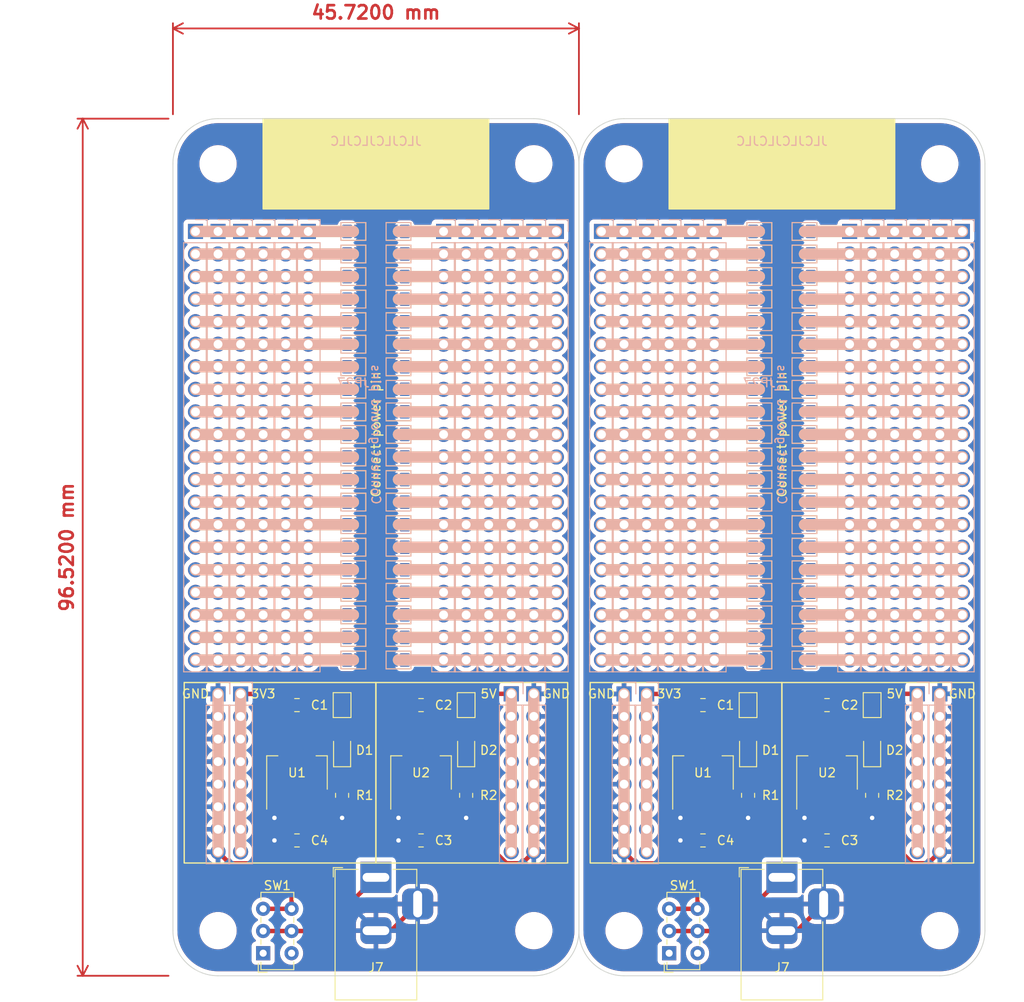
<source format=kicad_pcb>
(kicad_pcb (version 20211014) (generator pcbnew)
  (layers (0 "F.Cu" signal) (31 "B.Cu" signal) (34 "B.Paste" user) (35 "F.Paste" user) (36 "B.SilkS" user "B.Silkscreen") (37 "F.SilkS" user "F.Silkscreen") (38 "B.Mask" user) (39 "F.Mask" user) (44 "Edge.Cuts" user))
  (net 0 "")
  (net 1 "+3.3V")
  (net 2 "GND")
  (net 3 "+5V")
  (net 4 "VCC")
  (net 5 "Net-(D1-Pad1)")
  (net 6 "Net-(D2-Pad1)")
  (net 7 "Net-(J7-Pad1)")
  (net 8 "Net-(JP1-Pad2)")
  (net 9 "Net-(J1-Pad1)")
  (net 10 "Net-(J1-Pad2)")
  (net 11 "Net-(J1-Pad3)")
  (net 12 "Net-(J1-Pad4)")
  (net 13 "Net-(J1-Pad5)")
  (net 14 "Net-(J1-Pad6)")
  (net 15 "Net-(J1-Pad7)")
  (net 16 "Net-(J1-Pad8)")
  (net 17 "Net-(J1-Pad9)")
  (net 18 "Net-(J1-Pad10)")
  (net 19 "Net-(J1-Pad11)")
  (net 20 "Net-(J1-Pad12)")
  (net 21 "Net-(J1-Pad13)")
  (net 22 "Net-(J1-Pad14)")
  (net 23 "Net-(J1-Pad15)")
  (net 24 "Net-(J1-Pad16)")
  (net 25 "Net-(J1-Pad17)")
  (net 26 "Net-(J1-Pad18)")
  (net 27 "Net-(J1-Pad19)")
  (net 28 "Net-(J1-Pad20)")
  (net 29 "Net-(J10-Pad1)")
  (net 30 "Net-(J10-Pad2)")
  (net 31 "Net-(J10-Pad3)")
  (net 32 "Net-(J10-Pad4)")
  (net 33 "Net-(J10-Pad5)")
  (net 34 "Net-(J10-Pad6)")
  (net 35 "Net-(J10-Pad7)")
  (net 36 "Net-(J10-Pad8)")
  (net 37 "Net-(J10-Pad9)")
  (net 38 "Net-(J10-Pad10)")
  (net 39 "Net-(J10-Pad11)")
  (net 40 "Net-(J10-Pad12)")
  (net 41 "Net-(J10-Pad13)")
  (net 42 "Net-(J10-Pad14)")
  (net 43 "Net-(J10-Pad15)")
  (net 44 "Net-(J10-Pad16)")
  (net 45 "Net-(J10-Pad17)")
  (net 46 "Net-(J10-Pad18)")
  (net 47 "Net-(J10-Pad19)")
  (net 48 "Net-(J10-Pad20)")
  (footprint "Jumper:SolderJumper-2_P1.3mm_Open_TrianglePad1.0x1.5mm" (layer "F.Cu") (at 63.5 119.38)
    (fp_text reference "JP73" hide)
    (fp_text value "SolderJumper_2_Open")
  )
  (footprint "Jumper:SolderJumper-2_P1.3mm_Open_TrianglePad1.0x1.5mm" (layer "F.Cu") (at 107.950002 126.999998 90)
    (fp_text reference "JP81" hide)
    (fp_text value "SolderJumper_2_Open")
  )
  (footprint "Jumper:SolderJumper-2_P1.3mm_Open_TrianglePad1.0x1.5mm" (layer "F.Cu") (at 109.220002 104.139998)
    (fp_text reference "JP49" hide)
    (fp_text value "SolderJumper_2_Open")
  )
  (footprint "Jumper:SolderJumper-2_P1.3mm_Open_TrianglePad1.0x1.5mm" (layer "F.Cu") (at 114.300002 76.199998 180)
    (fp_text reference "JP6" hide)
    (fp_text value "SolderJumper_2_Open")
  )
  (footprint "Button_Switch_THT:SW_E-Switch_EG1271_DPDT" (layer "F.Cu") (at 53.34 154.94 90)
    (fp_text reference "SW1")
    (fp_text value "SW_SPST")
  )
  (footprint "Capacitor_SMD:C_0805_2012Metric_Pad1.18x1.45mm_HandSolder" (layer "F.Cu") (at 57.15 127 180)
    (fp_text reference "C1")
    (fp_text value "10uF")
  )
  (footprint "Jumper:SolderJumper-2_P1.3mm_Open_TrianglePad1.0x1.5mm" (layer "F.Cu") (at 68.58 88.9 180)
    (fp_text reference "JP26" hide)
    (fp_text value "SolderJumper_2_Open")
  )
  (footprint "MountingHole:MountingHole_3.2mm_M3" (layer "F.Cu") (at 93.980002 66.039998)
    (fp_text reference "")
    (fp_text value "MountingHole_3.2mm_M3")
  )
  (footprint "Jumper:SolderJumper-2_P1.3mm_Open_TrianglePad1.0x1.5mm" (layer "F.Cu") (at 114.300002 81.279998 180)
    (fp_text reference "JP14" hide)
    (fp_text value "SolderJumper_2_Open")
  )
  (footprint "Jumper:SolderJumper-2_P1.3mm_Open_TrianglePad1.0x1.5mm" (layer "F.Cu") (at 68.58 96.52 180)
    (fp_text reference "JP38" hide)
    (fp_text value "SolderJumper_2_Open")
  )
  (footprint "Jumper:SolderJumper-2_P1.3mm_Open_TrianglePad1.0x1.5mm" (layer "F.Cu") (at 68.58 99.06 180)
    (fp_text reference "JP42" hide)
    (fp_text value "SolderJumper_2_Open")
  )
  (footprint "Resistor_SMD:R_0805_2012Metric_Pad1.20x1.40mm_HandSolder" (layer "F.Cu") (at 62.23 137.16 -90)
    (fp_text reference "R1")
    (fp_text value "R")
  )
  (footprint "Jumper:SolderJumper-2_P1.3mm_Open_TrianglePad1.0x1.5mm" (layer "F.Cu") (at 63.5 111.76)
    (fp_text reference "JP61" hide)
    (fp_text value "SolderJumper_2_Open")
  )
  (footprint "MountingHole:MountingHole_3.2mm_M3" (layer "F.Cu") (at 129.540002 152.399998)
    (fp_text reference "")
    (fp_text value "MountingHole_3.2mm_M3")
  )
  (footprint "Jumper:SolderJumper-2_P1.3mm_Open_TrianglePad1.0x1.5mm" (layer "F.Cu") (at 76.2 127 90)
    (fp_text reference "JP82" hide)
    (fp_text value "SolderJumper_2_Open")
  )
  (footprint "Jumper:SolderJumper-2_P1.3mm_Open_TrianglePad1.0x1.5mm" (layer "F.Cu") (at 63.5 83.82)
    (fp_text reference "JP17" hide)
    (fp_text value "SolderJumper_2_Open")
  )
  (footprint "Jumper:SolderJumper-2_P1.3mm_Open_TrianglePad1.0x1.5mm" (layer "F.Cu") (at 63.5 88.9)
    (fp_text reference "JP25" hide)
    (fp_text value "SolderJumper_2_Open")
  )
  (footprint "MountingHole:MountingHole_3.2mm_M3" (layer "F.Cu") (at 93.980002 152.399998)
    (fp_text reference "")
    (fp_text value "MountingHole_3.2mm_M3")
  )
  (footprint "Jumper:SolderJumper-2_P1.3mm_Open_TrianglePad1.0x1.5mm" (layer "F.Cu") (at 114.300002 101.599998 180)
    (fp_text reference "JP46" hide)
    (fp_text value "SolderJumper_2_Open")
  )
  (footprint "Jumper:SolderJumper-2_P1.3mm_Open_TrianglePad1.0x1.5mm" (layer "F.Cu") (at 109.220002 81.279998)
    (fp_text reference "JP13" hide)
    (fp_text value "SolderJumper_2_Open")
  )
  (footprint "Jumper:SolderJumper-2_P1.3mm_Open_TrianglePad1.0x1.5mm" (layer "F.Cu") (at 68.58 111.76 180)
    (fp_text reference "JP62" hide)
    (fp_text value "SolderJumper_2_Open")
  )
  (footprint "Jumper:SolderJumper-2_P1.3mm_Open_TrianglePad1.0x1.5mm" (layer "F.Cu") (at 109.220002 83.819998)
    (fp_text reference "JP17" hide)
    (fp_text value "SolderJumper_2_Open")
  )
  (footprint "Package_TO_SOT_SMD:SOT-223-3_TabPin2" (layer "F.Cu") (at 116.840002 134.619998 90)
    (fp_text reference "U2")
    (fp_text value "AMS1117-5.0")
  )
  (footprint "Jumper:SolderJumper-2_P1.3mm_Open_TrianglePad1.0x1.5mm" (layer "F.Cu") (at 63.5 114.3)
    (fp_text reference "JP65" hide)
    (fp_text value "SolderJumper_2_Open")
  )
  (footprint "Jumper:SolderJumper-2_P1.3mm_Open_TrianglePad1.0x1.5mm" (layer "F.Cu") (at 63.5 101.6)
    (fp_text reference "JP45" hide)
    (fp_text value "SolderJumper_2_Open")
  )
  (footprint "Jumper:SolderJumper-2_P1.3mm_Open_TrianglePad1.0x1.5mm" (layer "F.Cu") (at 109.220002 114.299998)
    (fp_text reference "JP65" hide)
    (fp_text value "SolderJumper_2_Open")
  )
  (footprint "Jumper:SolderJumper-2_P1.3mm_Open_TrianglePad1.0x1.5mm" (layer "F.Cu") (at 68.58 93.98 180)
    (fp_text reference "JP34" hide)
    (fp_text value "SolderJumper_2_Open")
  )
  (footprint "LED_SMD:LED_0805_2012Metric_Pad1.15x1.40mm_HandSolder" (layer "F.Cu") (at 62.23 132.08 90)
    (fp_text reference "D1")
    (fp_text value "LED")
  )
  (footprint "Jumper:SolderJumper-2_P1.3mm_Open_TrianglePad1.0x1.5mm" (layer "F.Cu") (at 63.5 76.2)
    (fp_text reference "JP5" hide)
    (fp_text value "SolderJumper_2_Open")
  )
  (footprint "MountingHole:MountingHole_3.2mm_M3" (layer "F.Cu") (at 48.26 152.4)
    (fp_text reference "")
    (fp_text value "MountingHole_3.2mm_M3")
  )
  (footprint "Jumper:SolderJumper-2_P1.3mm_Open_TrianglePad1.0x1.5mm" (layer "F.Cu") (at 109.220002 111.759998)
    (fp_text reference "JP61" hide)
    (fp_text value "SolderJumper_2_Open")
  )
  (footprint "Jumper:SolderJumper-2_P1.3mm_Open_TrianglePad1.0x1.5mm" (layer "F.Cu") (at 109.220002 73.659998)
    (fp_text reference "JP1" hide)
    (fp_text value "SolderJumper_2_Open")
  )
  (footprint "Jumper:SolderJumper-2_P1.3mm_Open_TrianglePad1.0x1.5mm" (layer "F.Cu") (at 62.23 127 90)
    (fp_text reference "JP81" hide)
    (fp_text value "SolderJumper_2_Open")
  )
  (footprint "Jumper:SolderJumper-2_P1.3mm_Open_TrianglePad1.0x1.5mm" (layer "F.Cu") (at 109.220002 91.439998)
    (fp_text reference "JP29" hide)
    (fp_text value "SolderJumper_2_Open")
  )
  (footprint "Jumper:SolderJumper-2_P1.3mm_Open_TrianglePad1.0x1.5mm" (layer "F.Cu") (at 114.300002 91.439998 180)
    (fp_text reference "JP30" hide)
    (fp_text value "SolderJumper_2_Open")
  )
  (footprint "Jumper:SolderJumper-2_P1.3mm_Open_TrianglePad1.0x1.5mm" (layer "F.Cu") (at 68.58 121.92 180)
    (fp_text reference "JP78" hide)
    (fp_text value "SolderJumper_2_Open")
  )
  (footprint "Jumper:SolderJumper-2_P1.3mm_Open_TrianglePad1.0x1.5mm" (layer "F.Cu") (at 68.58 114.3 180)
    (fp_text reference "JP66" hide)
    (fp_text value "SolderJumper_2_Open")
  )
  (footprint "Jumper:SolderJumper-2_P1.3mm_Open_TrianglePad1.0x1.5mm" (layer "F.Cu") (at 114.300002 104.139998 180)
    (fp_text reference "JP50" hide)
    (fp_text value "SolderJumper_2_Open")
  )
  (footprint "MountingHole:MountingHole_3.2mm_M3" (layer "F.Cu") (at 129.540002 66.039998)
    (fp_text reference "")
    (fp_text value "MountingHole_3.2mm_M3")
  )
  (footprint "LED_SMD:LED_0805_2012Metric_Pad1.15x1.40mm_HandSolder" (layer "F.Cu") (at 76.2 132.08 90)
    (fp_text reference "D2")
    (fp_text value "LED")
  )
  (footprint "Connector_BarrelJack:BarrelJack_Horizontal" (layer "F.Cu") (at 66.04 146.4 90)
    (fp_text reference "J7")
    (fp_text value "Barrel_Jack")
  )
  (footprint "Jumper:SolderJumper-2_P1.3mm_Open_TrianglePad1.0x1.5mm" (layer "F.Cu") (at 68.58 78.74 180)
    (fp_text reference "JP10" hide)
    (fp_text value "SolderJumper_2_Open")
  )
  (footprint "Resistor_SMD:R_0805_2012Metric_Pad1.20x1.40mm_HandSolder" (layer "F.Cu") (at 76.2 137.16 -90)
    (fp_text reference "R2")
    (fp_text value "R")
  )
  (footprint "Jumper:SolderJumper-2_P1.3mm_Open_TrianglePad1.0x1.5mm" (layer "F.Cu") (at 63.5 106.68)
    (fp_text reference "JP53" hide)
    (fp_text value "SolderJumper_2_Open")
  )
  (footprint "Jumper:SolderJumper-2_P1.3mm_Open_TrianglePad1.0x1.5mm" (layer "F.Cu") (at 109.220002 116.839998)
    (fp_text reference "JP69" hide)
    (fp_text value "SolderJumper_2_Open")
  )
  (footprint "Jumper:SolderJumper-2_P1.3mm_Open_TrianglePad1.0x1.5mm" (layer "F.Cu") (at 63.5 81.28)
    (fp_text reference "JP13" hide)
    (fp_text value "SolderJumper_2_Open")
  )
  (footprint "Jumper:SolderJumper-2_P1.3mm_Open_TrianglePad1.0x1.5mm" (layer "F.Cu") (at 63.5 93.98)
    (fp_text reference "JP33" hide)
    (fp_text value "SolderJumper_2_Open")
  )
  (footprint "Resistor_SMD:R_0805_2012Metric_Pad1.20x1.40mm_HandSolder" (layer "F.Cu") (at 121.920002 137.159998 -90)
    (fp_text reference "R2")
    (fp_text value "R")
  )
  (footprint "Jumper:SolderJumper-2_P1.3mm_Open_TrianglePad1.0x1.5mm" (layer "F.Cu") (at 114.300002 111.759998 180)
    (fp_text reference "JP62" hide)
    (fp_text value "SolderJumper_2_Open")
  )
  (footprint "Package_TO_SOT_SMD:SOT-223-3_TabPin2" (layer "F.Cu") (at 102.870002 134.619998 90)
    (fp_text reference "U1")
    (fp_text value "AMS1117-3.3")
  )
  (footprint "Jumper:SolderJumper-2_P1.3mm_Open_TrianglePad1.0x1.5mm" (layer "F.Cu") (at 68.58 119.38 180)
    (fp_text reference "JP74" hide)
    (fp_text value "SolderJumper_2_Open")
  )
  (footprint "MountingHole:MountingHole_3.2mm_M3" (layer "F.Cu") (at 83.82 152.4)
    (fp_text reference "")
    (fp_text value "MountingHole_3.2mm_M3")
  )
  (footprint "Button_Switch_THT:SW_E-Switch_EG1271_DPDT" (layer "F.Cu") (at 99.060002 154.939998 90)
    (fp_text reference "SW1")
    (fp_text value "SW_SPST")
  )
  (footprint "Jumper:SolderJumper-2_P1.3mm_Open_TrianglePad1.0x1.5mm" (layer "F.Cu") (at 114.300002 86.359998 180)
    (fp_text reference "JP22" hide)
    (fp_text value "SolderJumper_2_Open")
  )
  (footprint "Jumper:SolderJumper-2_P1.3mm_Open_TrianglePad1.0x1.5mm" (layer "F.Cu") (at 68.58 73.66 180)
    (fp_text reference "JP2" hide)
    (fp_text value "SolderJumper_2_Open")
  )
  (footprint "Jumper:SolderJumper-2_P1.3mm_Open_TrianglePad1.0x1.5mm" (layer "F.Cu") (at 109.220002 93.979998)
    (fp_text reference "JP33" hide)
    (fp_text value "SolderJumper_2_Open")
  )
  (footprint "Jumper:SolderJumper-2_P1.3mm_Open_TrianglePad1.0x1.5mm" (layer "F.Cu") (at 63.5 78.74)
    (fp_text reference "JP9" hide)
    (fp_text value "SolderJumper_2_Open")
  )
  (footprint "Capacitor_SMD:C_0805_2012Metric_Pad1.18x1.45mm_HandSolder" (layer "F.Cu") (at 102.870002 126.999998 180)
    (fp_text reference "C1")
    (fp_text value "10uF")
  )
  (footprint "LED_SMD:LED_0805_2012Metric_Pad1.15x1.40mm_HandSolder" (layer "F.Cu") (at 107.950002 132.079998 90)
    (fp_text reference "D1")
    (fp_text value "LED")
  )
  (footprint "Package_TO_SOT_SMD:SOT-223-3_TabPin2" (layer "F.Cu") (at 57.15 134.62 90)
    (fp_text reference "U1")
    (fp_text value "AMS1117-3.3")
  )
  (footprint "Jumper:SolderJumper-2_P1.3mm_Open_TrianglePad1.0x1.5mm" (layer "F.Cu") (at 109.220002 99.059998)
    (fp_text reference "JP41" hide)
    (fp_text value "SolderJumper_2_Open")
  )
  (footprint "Connector_BarrelJack:BarrelJack_Horizontal" (layer "F.Cu") (at 111.760002 146.399998 90)
    (fp_text reference "J7")
    (fp_text value "Barrel_Jack")
  )
  (footprint "Jumper:SolderJumper-2_P1.3mm_Open_TrianglePad1.0x1.5mm" (layer "F.Cu") (at 63.5 96.52)
    (fp_text reference "JP37" hide)
    (fp_text value "SolderJumper_2_Open")
  )
  (footprint "Jumper:SolderJumper-2_P1.3mm_Open_TrianglePad1.0x1.5mm" (layer "F.Cu") (at 63.5 91.44)
    (fp_text reference "JP29" hide)
    (fp_text value "SolderJumper_2_Open")
  )
  (footprint "Jumper:SolderJumper-2_P1.3mm_Open_TrianglePad1.0x1.5mm" (layer "F.Cu") (at 109.220002 76.199998)
    (fp_text reference "JP5" hide)
    (fp_text value "SolderJumper_2_Open")
  )
  (footprint "Package_TO_SOT_SMD:SOT-223-3_TabPin2" (layer "F.Cu") (at 71.12 134.62 90)
    (fp_text reference "U2")
    (fp_text value "AMS1117-5.0")
  )
  (footprint "Jumper:SolderJumper-2_P1.3mm_Open_TrianglePad1.0x1.5mm" (layer "F.Cu") (at 68.58 101.6 180)
    (fp_text reference "JP46" hide)
    (fp_text value "SolderJumper_2_Open")
  )
  (footprint "Jumper:SolderJumper-2_P1.3mm_Open_TrianglePad1.0x1.5mm" (layer "F.Cu") (at 114.300002 109.219998 180)
    (fp_text reference "JP58" hide)
    (fp_text value "SolderJumper_2_Open")
  )
  (footprint "Jumper:SolderJumper-2_P1.3mm_Open_TrianglePad1.0x1.5mm" (layer "F.Cu") (at 109.220002 78.739998)
    (fp_text reference "JP9" hide)
    (fp_text value "SolderJumper_2_Open")
  )
  (footprint "Jumper:SolderJumper-2_P1.3mm_Open_TrianglePad1.0x1.5mm" (layer "F.Cu") (at 68.58 91.44 180)
    (fp_text reference "JP30" hide)
    (fp_text value "SolderJumper_2_Open")
  )
  (footprint "Jumper:SolderJumper-2_P1.3mm_Open_TrianglePad1.0x1.5mm" (layer "F.Cu") (at 68.58 104.14 180)
    (fp_text reference "JP50" hide)
    (fp_text value "SolderJumper_2_Open")
  )
  (footprint "Jumper:SolderJumper-2_P1.3mm_Open_TrianglePad1.0x1.5mm" (layer "F.Cu") (at 68.58 76.2 180)
    (fp_text reference "JP6" hide)
    (fp_text value "SolderJumper_2_Open")
  )
  (footprint "Capacitor_SMD:C_0805_2012Metric_Pad1.18x1.45mm_HandSolder" (layer "F.Cu") (at 71.12 142.24 180)
    (fp_text reference "C3")
    (fp_text value "10uF")
  )
  (footprint "Jumper:SolderJumper-2_P1.3mm_Open_TrianglePad1.0x1.5mm" (layer "F.Cu") (at 109.220002 96.519998)
    (fp_text reference "JP37" hide)
    (fp_text value "SolderJumper_2_Open")
  )
  (footprint "Jumper:SolderJumper-2_P1.3mm_Open_TrianglePad1.0x1.5mm" (layer "F.Cu") (at 114.300002 83.819998 180)
    (fp_text reference "JP18" hide)
    (fp_text value "SolderJumper_2_Open")
  )
  (footprint "Jumper:SolderJumper-2_P1.3mm_Open_TrianglePad1.0x1.5mm" (layer "F.Cu") (at 63.5 73.66)
    (fp_text reference "JP1" hide)
    (fp_text value "SolderJumper_2_Open")
  )
  (footprint "Jumper:SolderJumper-2_P1.3mm_Open_TrianglePad1.0x1.5mm" (layer "F.Cu") (at 63.5 109.22)
    (fp_text reference "JP57" hide)
    (fp_text value "SolderJumper_2_Open")
  )
  (footprint "Jumper:SolderJumper-2_P1.3mm_Open_TrianglePad1.0x1.5mm" (layer "F.Cu") (at 114.300002 99.059998 180)
    (fp_text reference "JP42" hide)
    (fp_text value "SolderJumper_2_Open")
  )
  (footprint "Jumper:SolderJumper-2_P1.3mm_Open_TrianglePad1.0x1.5mm" (layer "F.Cu") (at 109.220002 119.379998)
    (fp_text reference "JP73" hide)
    (fp_text value "SolderJumper_2_Open")
  )
  (footprint "Jumper:SolderJumper-2_P1.3mm_Open_TrianglePad1.0x1.5mm" (layer "F.Cu") (at 114.300002 93.979998 180)
    (fp_text reference "JP34" hide)
    (fp_text value "SolderJumper_2_Open")
  )
  (footprint "Jumper:SolderJumper-2_P1.3mm_Open_TrianglePad1.0x1.5mm" (layer "F.Cu") (at 63.5 86.36)
    (fp_text reference "JP21" hide)
    (fp_text value "SolderJumper_2_Open")
  )
  (footprint "Jumper:SolderJumper-2_P1.3mm_Open_TrianglePad1.0x1.5mm" (layer "F.Cu") (at 109.220002 109.219998)
    (fp_text reference "JP57" hide)
    (fp_text value "SolderJumper_2_Open")
  )
  (footprint "Capacitor_SMD:C_0805_2012Metric_Pad1.18x1.45mm_HandSolder" (layer "F.Cu") (at 116.840002 126.999998 180)
    (fp_text reference "C2")
    (fp_text value "10uF")
  )
  (footprint "Jumper:SolderJumper-2_P1.3mm_Open_TrianglePad1.0x1.5mm" (layer "F.Cu") (at 68.58 106.68 180)
    (fp_text reference "JP54" hide)
    (fp_text value "SolderJumper_2_Open")
  )
  (footprint "Jumper:SolderJumper-2_P1.3mm_Open_TrianglePad1.0x1.5mm" (layer "F.Cu") (at 109.220002 106.679998)
    (fp_text reference "JP53" hide)
    (fp_text value "SolderJumper_2_Open")
  )
  (footprint "Capacitor_SMD:C_0805_2012Metric_Pad1.18x1.45mm_HandSolder" (layer "F.Cu") (at 102.870002 142.239998 180)
    (fp_text reference "C4")
    (fp_text value "10uF")
  )
  (footprint "MountingHole:MountingHole_3.2mm_M3" (layer "F.Cu") (at 83.82 66.04)
    (fp_text reference "")
    (fp_text value "MountingHole_3.2mm_M3")
  )
  (footprint "Jumper:SolderJumper-2_P1.3mm_Open_TrianglePad1.0x1.5mm" (layer "F.Cu") (at 63.5 104.14)
    (fp_text reference "JP49" hide)
    (fp_text value "SolderJumper_2_Open")
  )
  (footprint "Jumper:SolderJumper-2_P1.3mm_Open_TrianglePad1.0x1.5mm" (layer "F.Cu") (at 68.58 83.82 180)
    (fp_text reference "JP18" hide)
    (fp_text value "SolderJumper_2_Open")
  )
  (footprint "Jumper:SolderJumper-2_P1.3mm_Open_TrianglePad1.0x1.5mm" (layer "F.Cu") (at 114.300002 119.379998 180)
    (fp_text reference "JP74" hide)
    (fp_text value "SolderJumper_2_Open")
  )
  (footprint "LED_SMD:LED_0805_2012Metric_Pad1.15x1.40mm_HandSolder" (layer "F.Cu") (at 121.920002 132.079998 90)
    (fp_text reference "D2")
    (fp_text value "LED")
  )
  (footprint "Jumper:SolderJumper-2_P1.3mm_Open_TrianglePad1.0x1.5mm" (layer "F.Cu") (at 109.220002 101.599998)
    (fp_text reference "JP45" hide)
    (fp_text value "SolderJumper_2_Open")
  )
  (footprint "Jumper:SolderJumper-2_P1.3mm_Open_TrianglePad1.0x1.5mm" (layer "F.Cu") (at 121.920002 126.999998 90)
    (fp_text reference "JP82" hide)
    (fp_text value "SolderJumper_2_Open")
  )
  (footprint "Resistor_SMD:R_0805_2012Metric_Pad1.20x1.40mm_HandSolder" (layer "F.Cu") (at 107.950002 137.159998 -90)
    (fp_text reference "R1")
    (fp_text value "R")
  )
  (footprint "Jumper:SolderJumper-2_P1.3mm_Open_TrianglePad1.0x1.5mm" (layer "F.Cu") (at 109.220002 121.919998)
    (fp_text reference "JP77" hide)
    (fp_text value "SolderJumper_2_Open")
  )
  (footprint "Jumper:SolderJumper-2_P1.3mm_Open_TrianglePad1.0x1.5mm" (layer "F.Cu") (at 68.58 116.84 180)
    (fp_text reference "JP70" hide)
    (fp_text value "SolderJumper_2_Open")
  )
  (footprint "Jumper:SolderJumper-2_P1.3mm_Open_TrianglePad1.0x1.5mm" (layer "F.Cu") (at 114.300002 88.899998 180)
    (fp_text reference "JP26" hide)
    (fp_text value "SolderJumper_2_Open")
  )
  (footprint "Capacitor_SMD:C_0805_2012Metric_Pad1.18x1.45mm_HandSolder" (layer "F.Cu") (at 57.15 142.24 180)
    (fp_text reference "C4")
    (fp_text value "10uF")
  )
  (footprint "Jumper:SolderJumper-2_P1.3mm_Open_TrianglePad1.0x1.5mm" (layer "F.Cu") (at 114.300002 114.299998 180)
    (fp_text reference "JP66" hide)
    (fp_text value "SolderJumper_2_Open")
  )
  (footprint "MountingHole:MountingHole_3.2mm_M3" (layer "F.Cu") (at 48.26 66.04)
    (fp_text reference "")
    (fp_text value "MountingHole_3.2mm_M3")
  )
  (footprint "Jumper:SolderJumper-2_P1.3mm_Open_TrianglePad1.0x1.5mm" (layer "F.Cu") (at 114.300002 96.519998 180)
    (fp_text reference "JP38" hide)
    (fp_text value "SolderJumper_2_Open")
  )
  (footprint "Jumper:SolderJumper-2_P1.3mm_Open_TrianglePad1.0x1.5mm" (layer "F.Cu") (at 114.300002 121.919998 180)
    (fp_text reference "JP78" hide)
    (fp_text value "SolderJumper_2_Open")
  )
  (footprint "Jumper:SolderJumper-2_P1.3mm_Open_TrianglePad1.0x1.5mm" (layer "F.Cu") (at 63.5 121.92)
    (fp_text reference "JP77" hide)
    (fp_text value "SolderJumper_2_Open")
  )
  (footprint "Jumper:SolderJumper-2_P1.3mm_Open_TrianglePad1.0x1.5mm" (layer "F.Cu") (at 63.5 116.84)
    (fp_text reference "JP69" hide)
    (fp_text value "SolderJumper_2_Open")
  )
  (footprint "Jumper:SolderJumper-2_P1.3mm_Open_TrianglePad1.0x1.5mm" (layer "F.Cu") (at 109.220002 88.899998)
    (fp_text reference "JP25" hide)
    (fp_text value "SolderJumper_2_Open")
  )
  (footprint "Jumper:SolderJumper-2_P1.3mm_Open_TrianglePad1.0x1.5mm" (layer "F.Cu") (at 68.58 81.28 180)
    (fp_text reference "JP14" hide)
    (fp_text value "SolderJumper_2_Open")
  )
  (footprint "Jumper:SolderJumper-2_P1.3mm_Open_TrianglePad1.0x1.5mm" (layer "F.Cu") (at 68.58 86.36 180)
    (fp_text reference "JP22" hide)
    (fp_text value "SolderJumper_2_Open")
  )
  (footprint "Jumper:SolderJumper-2_P1.3mm_Open_TrianglePad1.0x1.5mm" (layer "F.Cu") (at 114.300002 116.839998 180)
    (fp_text reference "JP70" hide)
    (fp_text value "SolderJumper_2_Open")
  )
  (footprint "Jumper:SolderJumper-2_P1.3mm_Open_TrianglePad1.0x1.5mm" (layer "F.Cu") (at 114.300002 78.739998 180)
    (fp_text reference "JP10" hide)
    (fp_text value "SolderJumper_2_Open")
  )
  (footprint "Capacitor_SMD:C_0805_2012Metric_Pad1.18x1.45mm_HandSolder" (layer "F.Cu") (at 71.12 127 180)
    (fp_text reference "C2")
    (fp_text value "10uF")
  )
  (footprint "Capacitor_SMD:C_0805_2012Metric_Pad1.18x1.45mm_HandSolder" (layer "F.Cu") (at 116.840002 142.239998 180)
    (fp_text reference "C3")
    (fp_text value "10uF")
  )
  (footprint "Jumper:SolderJumper-2_P1.3mm_Open_TrianglePad1.0x1.5mm" (layer "F.Cu") (at 114.300002 73.659998 180)
    (fp_text reference "JP2" hide)
    (fp_text value "SolderJumper_2_Open")
  )
  (footprint "Jumper:SolderJumper-2_P1.3mm_Open_TrianglePad1.0x1.5mm" (layer "F.Cu") (at 63.5 99.06)
    (fp_text reference "JP41" hide)
    (fp_text value "SolderJumper_2_Open")
  )
  (footprint "Jumper:SolderJumper-2_P1.3mm_Open_TrianglePad1.0x1.5mm" (layer "F.Cu") (at 114.300002 106.679998 180)
    (fp_text reference "JP54" hide)
    (fp_text value "SolderJumper_2_Open")
  )
  (footprint "Jumper:SolderJumper-2_P1.3mm_Open_TrianglePad1.0x1.5mm" (layer "F.Cu") (at 109.220002 86.359998)
    (fp_text reference "JP21" hide)
    (fp_text value "SolderJumper_2_Open")
  )
  (footprint "Jumper:SolderJumper-2_P1.3mm_Open_TrianglePad1.0x1.5mm" (layer "F.Cu") (at 68.58 109.22 180)
    (fp_text reference "JP58" hide)
    (fp_text value "SolderJumper_2_Open")
  )
  (footprint "Connector_PinHeader_2.54mm:PinHeader_1x20_P2.54mm_Vertical" (layer "B.Cu") (at 121.920002 73.659998 180)
    (fp_text reference "J9" hide)
    (fp_text value "Conn_01x20")
  )
  (footprint "Jumper:SolderJumper-2_P1.3mm_Open_TrianglePad1.0x1.5mm" (layer "B.Cu") (at 63.5 104.14)
    (fp_text reference "JP51" hide)
    (fp_text value "SolderJumper_2_Open")
  )
  (footprint "Jumper:SolderJumper-2_P1.3mm_Open_TrianglePad1.0x1.5mm" (layer "B.Cu") (at 63.5 111.76)
    (fp_text reference "JP63" hide)
    (fp_text value "SolderJumper_2_Open")
  )
  (footprint "Connector_PinHeader_2.54mm:PinHeader_1x20_P2.54mm_Vertical" (layer "B.Cu") (at 124.460002 73.659998 180)
    (fp_text reference "J10" hide)
    (fp_text value "Conn_01x20")
  )
  (footprint "Jumper:SolderJumper-2_P1.3mm_Open_TrianglePad1.0x1.5mm" (layer "B.Cu") (at 68.58 111.76 180)
    (fp_text reference "JP64" hide)
    (fp_text value "SolderJumper_2_Open")
  )
  (footprint "Jumper:SolderJumper-2_P1.3mm_Open_TrianglePad1.0x1.5mm" (layer "B.Cu") (at 63.5 86.36)
    (fp_text reference "JP23" hide)
    (fp_text value "SolderJumper_2_Open")
  )
  (footprint "Jumper:SolderJumper-2_P1.3mm_Open_TrianglePad1.0x1.5mm" (layer "B.Cu") (at 109.220002 96.519998)
    (fp_text reference "JP39" hide)
    (fp_text value "SolderJumper_2_Open")
  )
  (footprint "Jumper:SolderJumper-2_P1.3mm_Open_TrianglePad1.0x1.5mm" (layer "B.Cu") (at 114.300002 86.359998 180)
    (fp_text reference "JP24" hide)
    (fp_text value "SolderJumper_2_Open")
  )
  (footprint "Jumper:SolderJumper-2_P1.3mm_Open_TrianglePad1.0x1.5mm" (layer "B.Cu") (at 109.220002 88.899998)
    (fp_text reference "JP27")
    (fp_text value "SolderJumper_2_Open")
  )
  (footprint "Jumper:SolderJumper-2_P1.3mm_Open_TrianglePad1.0x1.5mm" (layer "B.Cu") (at 68.58 83.82 180)
    (fp_text reference "JP20" hide)
    (fp_text value "SolderJumper_2_Open")
  )
  (footprint "Connector_PinHeader_2.54mm:PinHeader_1x20_P2.54mm_Vertical" (layer "B.Cu") (at 104.140002 73.659998 180)
    (fp_text reference "J6" hide)
    (fp_text value "Conn_01x20")
  )
  (footprint "Jumper:SolderJumper-2_P1.3mm_Open_TrianglePad1.0x1.5mm" (layer "B.Cu") (at 68.58 99.06 180)
    (fp_text reference "JP44" hide)
    (fp_text value "SolderJumper_2_Open")
  )
  (footprint "Jumper:SolderJumper-2_P1.3mm_Open_TrianglePad1.0x1.5mm" (layer "B.Cu") (at 68.58 73.66 180)
    (fp_text reference "JP4" hide)
    (fp_text value "SolderJumper_2_Open")
  )
  (footprint "Connector_PinHeader_2.54mm:PinHeader_1x20_P2.54mm_Vertical" (layer "B.Cu") (at 101.600002 73.659998 180)
    (fp_text reference "J5" hide)
    (fp_text value "Conn_01x20")
  )
  (footprint "Jumper:SolderJumper-2_P1.3mm_Open_TrianglePad1.0x1.5mm" (layer "B.Cu") (at 114.300002 93.979998 180)
    (fp_text reference "JP36" hide)
    (fp_text value "SolderJumper_2_Open")
  )
  (footprint "Jumper:SolderJumper-2_P1.3mm_Open_TrianglePad1.0x1.5mm" (layer "B.Cu") (at 68.58 81.28 180)
    (fp_text reference "JP16" hide)
    (fp_text value "SolderJumper_2_Open")
  )
  (footprint "Jumper:SolderJumper-2_P1.3mm_Open_TrianglePad1.0x1.5mm" (layer "B.Cu") (at 63.5 121.92)
    (fp_text reference "JP79" hide)
    (fp_text value "SolderJumper_2_Open")
  )
  (footprint "Jumper:SolderJumper-2_P1.3mm_Open_TrianglePad1.0x1.5mm" (layer "B.Cu") (at 109.220002 76.199998)
    (fp_text reference "JP7" hide)
    (fp_text value "SolderJumper_2_Open")
  )
  (footprint "Jumper:SolderJumper-2_P1.3mm_Open_TrianglePad1.0x1.5mm" (layer "B.Cu") (at 114.300002 104.139998 180)
    (fp_text reference "JP52" hide)
    (fp_text value "SolderJumper_2_Open")
  )
  (footprint "Jumper:SolderJumper-2_P1.3mm_Open_TrianglePad1.0x1.5mm" (layer "B.Cu") (at 114.300002 119.379998 180)
    (fp_text reference "JP76" hide)
    (fp_text value "SolderJumper_2_Open")
  )
  (footprint "Jumper:SolderJumper-2_P1.3mm_Open_TrianglePad1.0x1.5mm" (layer "B.Cu") (at 114.300002 106.679998 180)
    (fp_text reference "JP56" hide)
    (fp_text value "SolderJumper_2_Open")
  )
  (footprint "Connector_PinHeader_2.54mm:PinHeader_1x20_P2.54mm_Vertical" (layer "B.Cu") (at 53.34 73.66 180)
    (fp_text reference "J4" hide)
    (fp_text value "Conn_01x20")
  )
  (footprint "Jumper:SolderJumper-2_P1.3mm_Open_TrianglePad1.0x1.5mm" (layer "B.Cu") (at 109.220002 116.839998)
    (fp_text reference "JP71" hide)
    (fp_text value "SolderJumper_2_Open")
  )
  (footprint "Connector_PinHeader_2.54mm:PinHeader_1x20_P2.54mm_Vertical" (layer "B.Cu") (at 96.520002 73.659998 180)
    (fp_text reference "J3" hide)
    (fp_text value "Conn_01x20")
  )
  (footprint "Jumper:SolderJumper-2_P1.3mm_Open_TrianglePad1.0x1.5mm" (layer "B.Cu") (at 114.300002 111.759998 180)
    (fp_text reference "JP64" hide)
    (fp_text value "SolderJumper_2_Open")
  )
  (footprint "Jumper:SolderJumper-2_P1.3mm_Open_TrianglePad1.0x1.5mm" (layer "B.Cu") (at 63.5 83.82)
    (fp_text reference "JP19" hide)
    (fp_text value "SolderJumper_2_Open")
  )
  (footprint "Jumper:SolderJumper-2_P1.3mm_Open_TrianglePad1.0x1.5mm" (layer "B.Cu") (at 68.58 116.84 180)
    (fp_text reference "JP72" hide)
    (fp_text value "SolderJumper_2_Open")
  )
  (footprint "Connector_PinHeader_2.54mm:PinHeader_1x20_P2.54mm_Vertical" (layer "B.Cu") (at 99.060002 73.659998 180)
    (fp_text reference "J4" hide)
    (fp_text value "Conn_01x20")
  )
  (footprint "Connector_PinHeader_2.54mm:PinHeader_1x20_P2.54mm_Vertical" (layer "B.Cu") (at 50.8 73.66 180)
    (fp_text reference "J3" hide)
    (fp_text value "Conn_01x20")
  )
  (footprint "Jumper:SolderJumper-2_P1.3mm_Open_TrianglePad1.0x1.5mm" (layer "B.Cu") (at 109.220002 121.919998)
    (fp_text reference "JP79" hide)
    (fp_text value "SolderJumper_2_Open")
  )
  (footprint "Jumper:SolderJumper-2_P1.3mm_Open_TrianglePad1.0x1.5mm" (layer "B.Cu") (at 63.5 116.84)
    (fp_text reference "JP71" hide)
    (fp_text value "SolderJumper_2_Open")
  )
  (footprint "Jumper:SolderJumper-2_P1.3mm_Open_TrianglePad1.0x1.5mm" (layer "B.Cu") (at 63.5 73.66)
    (fp_text reference "JP3" hide)
    (fp_text value "SolderJumper_2_Open")
  )
  (footprint "Connector_PinHeader_2.54mm:PinHeader_1x20_P2.54mm_Vertical" (layer "B.Cu") (at 55.88 73.66 180)
    (fp_text reference "J5" hide)
    (fp_text value "Conn_01x20")
  )
  (footprint "Jumper:SolderJumper-2_P1.3mm_Open_TrianglePad1.0x1.5mm" (layer "B.Cu") (at 109.220002 106.679998)
    (fp_text reference "JP55" hide)
    (fp_text value "SolderJumper_2_Open")
  )
  (footprint "Jumper:SolderJumper-2_P1.3mm_Open_TrianglePad1.0x1.5mm" (layer "B.Cu") (at 68.58 104.14 180)
    (fp_text reference "JP52" hide)
    (fp_text value "SolderJumper_2_Open")
  )
  (footprint "Jumper:SolderJumper-2_P1.3mm_Open_TrianglePad1.0x1.5mm" (layer "B.Cu") (at 63.5 91.44)
    (fp_text reference "JP31" hide)
    (fp_text value "SolderJumper_2_Open")
  )
  (footprint "Connector_PinHeader_2.54mm:PinHeader_1x08_P2.54mm_Vertical" (layer "B.Cu") (at 129.540002 125.729998 180)
    (fp_text reference "J17" hide)
    (fp_text value "Conn_01x08")
  )
  (footprint "Connector_PinHeader_2.54mm:PinHeader_1x20_P2.54mm_Vertical" (layer "B.Cu") (at 83.82 73.66 180)
    (fp_text reference "J12" hide)
    (fp_text value "Conn_01x20")
  )
  (footprint "Jumper:SolderJumper-2_P1.3mm_Open_TrianglePad1.0x1.5mm" (layer "B.Cu") (at 109.220002 99.059998)
    (fp_text reference "JP43" hide)
    (fp_text value "SolderJumper_2_Open")
  )
  (footprint "Connector_PinHeader_2.54mm:PinHeader_1x08_P2.54mm_Vertical" (layer "B.Cu") (at 83.82 125.73 180)
    (fp_text reference "J17" hide)
    (fp_text value "Conn_01x08")
  )
  (footprint "Jumper:SolderJumper-2_P1.3mm_Open_TrianglePad1.0x1.5mm" (layer "B.Cu") (at 63.5 96.52)
    (fp_text reference "JP39" hide)
    (fp_text value "SolderJumper_2_Open")
  )
  (footprint "Jumper:SolderJumper-2_P1.3mm_Open_TrianglePad1.0x1.5mm" (layer "B.Cu") (at 114.300002 83.819998 180)
    (fp_text reference "JP20" hide)
    (fp_text value "SolderJumper_2_Open")
  )
  (footprint "Jumper:SolderJumper-2_P1.3mm_Open_TrianglePad1.0x1.5mm" (layer "B.Cu") (at 114.300002 88.899998 180)
    (fp_text reference "JP28" hide)
    (fp_text value "SolderJumper_2_Open")
  )
  (footprint "Connector_PinHeader_2.54mm:PinHeader_1x20_P2.54mm_Vertical" (layer "B.Cu") (at 78.74 73.66 180)
    (fp_text reference "J10" hide)
    (fp_text value "Conn_01x20")
  )
  (footprint "Connector_PinHeader_2.54mm:PinHeader_1x08_P2.54mm_Vertical" (layer "B.Cu") (at 81.28 125.73 180)
    (fp_text reference "J16" hide)
    (fp_text value "Conn_01x08")
  )
  (footprint "Jumper:SolderJumper-2_P1.3mm_Open_TrianglePad1.0x1.5mm" (layer "B.Cu") (at 68.58 78.74 180)
    (fp_text reference "JP12" hide)
    (fp_text value "SolderJumper_2_Open")
  )
  (footprint "Jumper:SolderJumper-2_P1.3mm_Open_TrianglePad1.0x1.5mm" (layer "B.Cu") (at 68.58 114.3 180)
    (fp_text reference "JP68" hide)
    (fp_text value "SolderJumper_2_Open")
  )
  (footprint "Jumper:SolderJumper-2_P1.3mm_Open_TrianglePad1.0x1.5mm" (layer "B.Cu") (at 63.5 93.98)
    (fp_text reference "JP35" hide)
    (fp_text value "SolderJumper_2_Open")
  )
  (footprint "Jumper:SolderJumper-2_P1.3mm_Open_TrianglePad1.0x1.5mm" (layer "B.Cu") (at 114.300002 96.519998 180)
    (fp_text reference "JP40" hide)
    (fp_text value "SolderJumper_2_Open")
  )
  (footprint "Jumper:SolderJumper-2_P1.3mm_Open_TrianglePad1.0x1.5mm" (layer "B.Cu") (at 68.58 76.2 180)
    (fp_text reference "JP8" hide)
    (fp_text value "SolderJumper_2_Open")
  )
  (footprint "Connector_PinHeader_2.54mm:PinHeader_1x08_P2.54mm_Vertical" (layer "B.Cu") (at 48.26 125.745 180)
    (fp_text reference "J14" hide)
    (fp_text value "Conn_01x08")
  )
  (footprint "Jumper:SolderJumper-2_P1.3mm_Open_TrianglePad1.0x1.5mm" (layer "B.Cu") (at 114.300002 114.299998 180)
    (fp_text reference "JP68" hide)
    (fp_text value "SolderJumper_2_Open")
  )
  (footprint "Jumper:SolderJumper-2_P1.3mm_Open_TrianglePad1.0x1.5mm" (layer "B.Cu") (at 63.5 81.28)
    (fp_text reference "JP15" hide)
    (fp_text value "SolderJumper_2_Open")
  )
  (footprint "Jumper:SolderJumper-2_P1.3mm_Open_TrianglePad1.0x1.5mm" (layer "B.Cu") (at 68.58 119.38 180)
    (fp_text reference "JP76" hide)
    (fp_text value "SolderJumper_2_Open")
  )
  (footprint "Jumper:SolderJumper-2_P1.3mm_Open_TrianglePad1.0x1.5mm" (layer "B.Cu") (at 63.5 119.38)
    (fp_text reference "JP75" hide)
    (fp_text value "SolderJumper_2_Open")
  )
  (footprint "Connector_PinHeader_2.54mm:PinHeader_1x08_P2.54mm_Vertical" (layer "B.Cu") (at 50.8 125.745 180)
    (fp_text reference "J15" hide)
    (fp_text value "Conn_01x08")
  )
  (footprint "Jumper:SolderJumper-2_P1.3mm_Open_TrianglePad1.0x1.5mm" (layer "B.Cu") (at 114.300002 81.279998 180)
    (fp_text reference "JP16" hide)
    (fp_text value "SolderJumper_2_Open")
  )
  (footprint "Jumper:SolderJumper-2_P1.3mm_Open_TrianglePad1.0x1.5mm" (layer "B.Cu") (at 68.58 106.68 180)
    (fp_text reference "JP56" hide)
    (fp_text value "SolderJumper_2_Open")
  )
  (footprint "Jumper:SolderJumper-2_P1.3mm_Open_TrianglePad1.0x1.5mm" (layer "B.Cu") (at 63.5 99.06)
    (fp_text reference "JP43" hide)
    (fp_text value "SolderJumper_2_Open")
  )
  (footprint "Jumper:SolderJumper-2_P1.3mm_Open_TrianglePad1.0x1.5mm" (layer "B.Cu") (at 109.220002 111.759998)
    (fp_text reference "JP63" hide)
    (fp_text value "SolderJumper_2_Open")
  )
  (footprint "Connector_PinHeader_2.54mm:PinHeader_1x20_P2.54mm_Vertical" (layer "B.Cu") (at 119.380002 73.659998 180)
    (fp_text reference "J8" hide)
    (fp_text value "Conn_01x20")
  )
  (footprint "Jumper:SolderJumper-2_P1.3mm_Open_TrianglePad1.0x1.5mm" (layer "B.Cu") (at 68.58 109.22 180)
    (fp_text reference "JP60" hide)
    (fp_text value "SolderJumper_2_Open")
  )
  (footprint "Jumper:SolderJumper-2_P1.3mm_Open_TrianglePad1.0x1.5mm" (layer "B.Cu") (at 109.220002 104.139998)
    (fp_text reference "JP51" hide)
    (fp_text value "SolderJumper_2_Open")
  )
  (footprint "Jumper:SolderJumper-2_P1.3mm_Open_TrianglePad1.0x1.5mm" (layer "B.Cu") (at 109.220002 81.279998)
    (fp_text reference "JP15" hide)
    (fp_text value "SolderJumper_2_Open")
  )
  (footprint "Jumper:SolderJumper-2_P1.3mm_Open_TrianglePad1.0x1.5mm" (layer "B.Cu") (at 109.220002 78.739998)
    (fp_text reference "JP11" hide)
    (fp_text value "SolderJumper_2_Open")
  )
  (footprint "Jumper:SolderJumper-2_P1.3mm_Open_TrianglePad1.0x1.5mm" (layer "B.Cu") (at 63.5 76.2)
    (fp_text reference "JP7" hide)
    (fp_text value "SolderJumper_2_Open")
  )
  (footprint "Connector_PinHeader_2.54mm:PinHeader_1x20_P2.54mm_Vertical" (layer "B.Cu") (at 76.2 73.66 180)
    (fp_text reference "J9" hide)
    (fp_text value "Conn_01x20")
  )
  (footprint "Connector_PinHeader_2.54mm:PinHeader_1x20_P2.54mm_Vertical" (layer "B.Cu") (at 48.26 73.66 180)
    (fp_text reference "J2" hide)
    (fp_text value "Conn_01x20")
  )
  (footprint "Jumper:SolderJumper-2_P1.3mm_Open_TrianglePad1.0x1.5mm" (layer "B.Cu") (at 63.5 114.3)
    (fp_text reference "JP67" hide)
    (fp_text value "SolderJumper_2_Open")
  )
  (footprint "Jumper:SolderJumper-2_P1.3mm_Open_TrianglePad1.0x1.5mm" (layer "B.Cu") (at 109.220002 91.439998)
    (fp_text reference "JP31" hide)
    (fp_text value "SolderJumper_2_Open")
  )
  (footprint "Connector_PinHeader_2.54mm:PinHeader_1x20_P2.54mm_Vertical" (layer "B.Cu") (at 86.36 73.66 180)
    (fp_text reference "J13" hide)
    (fp_text value "Conn_01x20")
  )
  (footprint "Jumper:SolderJumper-2_P1.3mm_Open_TrianglePad1.0x1.5mm" (layer "B.Cu") (at 63.5 101.6)
    (fp_text reference "JP47" hide)
    (fp_text value "SolderJumper_2_Open")
  )
  (footprint "Connector_PinHeader_2.54mm:PinHeader_1x20_P2.54mm_Vertical" (layer "B.Cu") (at 81.28 73.66 180)
    (fp_text reference "J11" hide)
    (fp_text value "Conn_01x20")
  )
  (footprint "Jumper:SolderJumper-2_P1.3mm_Open_TrianglePad1.0x1.5mm" (layer "B.Cu") (at 68.58 96.52 180)
    (fp_text reference "JP40" hide)
    (fp_text value "SolderJumper_2_Open")
  )
  (footprint "Jumper:SolderJumper-2_P1.3mm_Open_TrianglePad1.0x1.5mm" (layer "B.Cu") (at 68.58 121.92 180)
    (fp_text reference "JP80" hide)
    (fp_text value "SolderJumper_2_Open")
  )
  (footprint "Jumper:SolderJumper-2_P1.3mm_Open_TrianglePad1.0x1.5mm" (layer "B.Cu") (at 68.58 101.6 180)
    (fp_text reference "JP48" hide)
    (fp_text value "SolderJumper_2_Open")
  )
  (footprint "Jumper:SolderJumper-2_P1.3mm_Open_TrianglePad1.0x1.5mm" (layer "B.Cu") (at 109.220002 114.299998)
    (fp_text reference "JP67" hide)
    (fp_text value "SolderJumper_2_Open")
  )
  (footprint "Connector_PinHeader_2.54mm:PinHeader_1x20_P2.54mm_Vertical" (layer "B.Cu") (at 58.42 73.66 180)
    (fp_text reference "J6" hide)
    (fp_text value "Conn_01x20")
  )
  (footprint "Jumper:SolderJumper-2_P1.3mm_Open_TrianglePad1.0x1.5mm" (layer "B.Cu") (at 114.300002 78.739998 180)
    (fp_text reference "JP12" hide)
    (fp_text value "SolderJumper_2_Open")
  )
  (footprint "Jumper:SolderJumper-2_P1.3mm_Open_TrianglePad1.0x1.5mm" (layer "B.Cu") (at 114.300002 76.199998 180)
    (fp_text reference "JP8" hide)
    (fp_text value "SolderJumper_2_Open")
  )
  (footprint "Jumper:SolderJumper-2_P1.3mm_Open_TrianglePad1.0x1.5mm" (layer "B.Cu") (at 114.300002 121.919998 180)
    (fp_text reference "JP80" hide)
    (fp_text value "SolderJumper_2_Open")
  )
  (footprint "Jumper:SolderJumper-2_P1.3mm_Open_TrianglePad1.0x1.5mm" (layer "B.Cu") (at 114.300002 109.219998 180)
    (fp_text reference "JP60" hide)
    (fp_text value "SolderJumper_2_Open")
  )
  (footprint "Jumper:SolderJumper-2_P1.3mm_Open_TrianglePad1.0x1.5mm" (layer "B.Cu") (at 114.300002 73.659998 180)
    (fp_text reference "JP4" hide)
    (fp_text value "SolderJumper_2_Open")
  )
  (footprint "Jumper:SolderJumper-2_P1.3mm_Open_TrianglePad1.0x1.5mm" (layer "B.Cu") (at 109.220002 101.599998)
    (fp_text reference "JP47" hide)
    (fp_text value "SolderJumper_2_Open")
  )
  (footprint "Connector_PinHeader_2.54mm:PinHeader_1x20_P2.54mm_Vertical" (layer "B.Cu") (at 132.080002 73.659998 180)
    (fp_text reference "J13" hide)
    (fp_text value "Conn_01x20")
  )
  (footprint "Connector_PinHeader_2.54mm:PinHeader_1x20_P2.54mm_Vertical" (layer "B.Cu") (at 91.440002 73.659998 180)
    (fp_text reference "J1" hide)
    (fp_text value "Conn_01x20")
  )
  (footprint "Jumper:SolderJumper-2_P1.3mm_Open_TrianglePad1.0x1.5mm" (layer "B.Cu") (at 63.5 109.22)
    (fp_text reference "JP59" hide)
    (fp_text value "SolderJumper_2_Open")
  )
  (footprint "Jumper:SolderJumper-2_P1.3mm_Open_TrianglePad1.0x1.5mm" (layer "B.Cu") (at 114.300002 101.599998 180)
    (fp_text reference "JP48" hide)
    (fp_text value "SolderJumper_2_Open")
  )
  (footprint "Jumper:SolderJumper-2_P1.3mm_Open_TrianglePad1.0x1.5mm" (layer "B.Cu") (at 114.300002 99.059998 180)
    (fp_text reference "JP44" hide)
    (fp_text value "SolderJumper_2_Open")
  )
  (footprint "Jumper:SolderJumper-2_P1.3mm_Open_TrianglePad1.0x1.5mm" (layer "B.Cu") (at 68.58 86.36 180)
    (fp_text reference "JP24" hide)
    (fp_text value "SolderJumper_2_Open")
  )
  (footprint "Jumper:SolderJumper-2_P1.3mm_Open_TrianglePad1.0x1.5mm" (layer "B.Cu") (at 63.5 78.74)
    (fp_text reference "JP11" hide)
    (fp_text value "SolderJumper_2_Open")
  )
  (footprint "Jumper:SolderJumper-2_P1.3mm_Open_TrianglePad1.0x1.5mm" (layer "B.Cu") (at 109.220002 73.659998)
    (fp_text reference "JP3" hide)
    (fp_text value "SolderJumper_2_Open")
  )
  (footprint "Connector_PinHeader_2.54mm:PinHeader_1x20_P2.54mm_Vertical" (layer "B.Cu") (at 73.66 73.66 180)
    (fp_text reference "J8" hide)
    (fp_text value "Conn_01x20")
  )
  (footprint "Jumper:SolderJumper-2_P1.3mm_Open_TrianglePad1.0x1.5mm" (layer "B.Cu") (at 109.220002 83.819998)
    (fp_text reference "JP19" hide)
    (fp_text value "SolderJumper_2_Open")
  )
  (footprint "Jumper:SolderJumper-2_P1.3mm_Open_TrianglePad1.0x1.5mm" (layer "B.Cu") (at 68.58 91.44 180)
    (fp_text reference "JP32" hide)
    (fp_text value "SolderJumper_2_Open")
  )
  (footprint "Connector_PinHeader_2.54mm:PinHeader_1x20_P2.54mm_Vertical" (layer "B.Cu") (at 45.72 73.66 180)
    (fp_text reference "J1" hide)
    (fp_text value "Conn_01x20")
  )
  (footprint "Connector_PinHeader_2.54mm:PinHeader_1x20_P2.54mm_Vertical" (layer "B.Cu") (at 93.980002 73.659998 180)
    (fp_text reference "J2" hide)
    (fp_text value "Conn_01x20")
  )
  (footprint "Jumper:SolderJumper-2_P1.3mm_Open_TrianglePad1.0x1.5mm" (layer "B.Cu") (at 109.220002 109.219998)
    (fp_text reference "JP59" hide)
    (fp_text value "SolderJumper_2_Open")
  )
  (footprint "Connector_PinHeader_2.54mm:PinHeader_1x08_P2.54mm_Vertical" (layer "B.Cu") (at 127.000002 125.729998 180)
    (fp_text reference "J16" hide)
    (fp_text value "Conn_01x08")
  )
  (footprint "Connector_PinHeader_2.54mm:PinHeader_1x20_P2.54mm_Vertical" (layer "B.Cu") (at 129.540002 73.659998 180)
    (fp_text reference "J12" hide)
    (fp_text value "Conn_01x20")
  )
  (footprint "Jumper:SolderJumper-2_P1.3mm_Open_TrianglePad1.0x1.5mm" (layer "B.Cu") (at 63.5 106.68)
    (fp_text reference "JP55" hide)
    (fp_text value "SolderJumper_2_Open")
  )
  (footprint "Jumper:SolderJumper-2_P1.3mm_Open_TrianglePad1.0x1.5mm" (layer "B.Cu") (at 68.58 88.9 180)
    (fp_text reference "JP28" hide)
    (fp_text value "SolderJumper_2_Open")
  )
  (footprint "Connector_PinHeader_2.54mm:PinHeader_1x08_P2.54mm_Vertical" (layer "B.Cu") (at 93.980002 125.744998 180)
    (fp_text reference "J14" hide)
    (fp_text value "Conn_01x08")
  )
  (footprint "Jumper:SolderJumper-2_P1.3mm_Open_TrianglePad1.0x1.5mm" (layer "B.Cu") (at 114.300002 91.439998 180)
    (fp_text reference "JP32" hide)
    (fp_text value "SolderJumper_2_Open")
  )
  (footprint "Jumper:SolderJumper-2_P1.3mm_Open_TrianglePad1.0x1.5mm" (layer "B.Cu") (at 114.300002 116.839998 180)
    (fp_text reference "JP72" hide)
    (fp_text value "SolderJumper_2_Open")
  )
  (footprint "Jumper:SolderJumper-2_P1.3mm_Open_TrianglePad1.0x1.5mm" (layer "B.Cu") (at 109.220002 119.379998)
    (fp_text reference "JP75" hide)
    (fp_text value "SolderJumper_2_Open")
  )
  (footprint "Jumper:SolderJumper-2_P1.3mm_Open_TrianglePad1.0x1.5mm" (layer "B.Cu") (at 68.58 93.98 180)
    (fp_text reference "JP36" hide)
    (fp_text value "SolderJumper_2_Open")
  )
  (footprint "Jumper:SolderJumper-2_P1.3mm_Open_TrianglePad1.0x1.5mm" (layer "B.Cu") (at 63.5 88.9)
    (fp_text reference "JP27")
    (fp_text value "SolderJumper_2_Open")
  )
  (footprint "Jumper:SolderJumper-2_P1.3mm_Open_TrianglePad1.0x1.5mm" (layer "B.Cu") (at 109.220002 86.359998)
    (fp_text reference "JP23" hide)
    (fp_text value "SolderJumper_2_Open")
  )
  (footprint "Connector_PinHeader_2.54mm:PinHeader_1x08_P2.54mm_Vertical" (layer "B.Cu") (at 96.520002 125.744998 180)
    (fp_text reference "J15" hide)
    (fp_text value "Conn_01x08")
  )
  (footprint "Jumper:SolderJumper-2_P1.3mm_Open_TrianglePad1.0x1.5mm" (layer "B.Cu") (at 109.220002 93.979998)
    (fp_text reference "JP35" hide)
    (fp_text value "SolderJumper_2_Open")
  )
  (footprint "Connector_PinHeader_2.54mm:PinHeader_1x20_P2.54mm_Vertical" (layer "B.Cu") (at 127.000002 73.659998 180)
    (fp_text reference "J11" hide)
    (fp_text value "Conn_01x20")
  )
  (gr_line (start 114.300002 86.359998) (end 132.080002 86.359998) (layer "B.SilkS") (width 1.27))
  (gr_line (start 68.58 104.14) (end 86.36 104.14) (layer "B.SilkS") (width 1.27))
  (gr_line (start 68.58 73.66) (end 86.36 73.66) (layer "B.SilkS") (width 1.27))
  (gr_line (start 45.72 99.06) (end 63.5 99.06) (layer "B.SilkS") (width 1.27))
  (gr_line (start 129.540002 125.729998) (end 129.540002 143.509998) (layer "B.SilkS") (width 1.27))
  (gr_line (start 81.28 125.73) (end 81.28 143.51) (layer "B.SilkS") (width 1.27))
  (gr_line (start 114.300002 109.219998) (end 132.080002 109.219998) (layer "B.SilkS") (width 1.27))
  (gr_line (start 45.72 111.76) (end 63.5 111.76) (layer "B.SilkS") (width 1.27))
  (gr_line (start 91.440002 114.299998) (end 109.220002 114.299998) (layer "B.SilkS") (width 1.27))
  (gr_line (start 45.72 96.52) (end 63.5 96.52) (layer "B.SilkS") (width 1.27))
  (gr_line (start 114.300002 88.899998) (end 132.080002 88.899998) (layer "B.SilkS") (width 1.27))
  (gr_line (start 114.300002 106.679998) (end 132.080002 106.679998) (layer "B.SilkS") (width 1.27))
  (gr_line (start 114.300002 91.439998) (end 132.080002 91.439998) (layer "B.SilkS") (width 1.27))
  (gr_line (start 45.72 101.6) (end 63.5 101.6) (layer "B.SilkS") (width 1.27))
  (gr_line (start 114.300002 114.299998) (end 132.080002 114.299998) (layer "B.SilkS") (width 1.27))
  (gr_line (start 91.440002 111.759998) (end 109.220002 111.759998) (layer "B.SilkS") (width 1.27))
  (gr_line (start 45.72 93.98) (end 63.5 93.98) (layer "B.SilkS") (width 1.27))
  (gr_line (start 91.440002 106.679998) (end 109.220002 106.679998) (layer "B.SilkS") (width 1.27))
  (gr_line (start 45.72 109.22) (end 63.5 109.22) (layer "B.SilkS") (width 1.27))
  (gr_line (start 68.58 111.76) (end 86.36 111.76) (layer "B.SilkS") (width 1.27))
  (gr_line (start 50.8 125.73) (end 50.8 143.51) (layer "B.SilkS") (width 1.27))
  (gr_line (start 114.300002 119.379998) (end 132.080002 119.379998) (layer "B.SilkS") (width 1.27))
  (gr_line (start 68.58 88.9) (end 86.36 88.9) (layer "B.SilkS") (width 1.27))
  (gr_line (start 114.300002 73.659998) (end 132.080002 73.659998) (layer "B.SilkS") (width 1.27))
  (gr_line (start 68.58 119.38) (end 86.36 119.38) (layer "B.SilkS") (width 1.27))
  (gr_line (start 45.72 119.38) (end 63.5 119.38) (layer "B.SilkS") (width 1.27))
  (gr_line (start 68.58 101.6) (end 86.36 101.6) (layer "B.SilkS") (width 1.27))
  (gr_line (start 91.440002 86.359998) (end 109.220002 86.359998) (layer "B.SilkS") (width 1.27))
  (gr_line (start 91.440002 96.519998) (end 109.220002 96.519998) (layer "B.SilkS") (width 1.27))
  (gr_line (start 68.58 99.06) (end 86.36 99.06) (layer "B.SilkS") (width 1.27))
  (gr_line (start 91.440002 99.059998) (end 109.220002 99.059998) (layer "B.SilkS") (width 1.27))
  (gr_line (start 45.72 106.68) (end 63.5 106.68) (layer "B.SilkS") (width 1.27))
  (gr_line (start 114.300002 111.759998) (end 132.080002 111.759998) (layer "B.SilkS") (width 1.27))
  (gr_line (start 91.440002 109.219998) (end 109.220002 109.219998) (layer "B.SilkS") (width 1.27))
  (gr_line (start 93.980002 125.729998) (end 93.980002 143.509998) (layer "B.SilkS") (width 1.27))
  (gr_line (start 114.300002 116.839998) (end 132.080002 116.839998) (layer "B.SilkS") (width 1.27))
  (gr_line (start 68.58 76.2) (end 86.36 76.2) (layer "B.SilkS") (width 1.27))
  (gr_line (start 68.58 121.92) (end 86.36 121.92) (layer "B.SilkS") (width 1.27))
  (gr_line (start 91.440002 119.379998) (end 109.220002 119.379998) (layer "B.SilkS") (width 1.27))
  (gr_line (start 114.300002 78.739998) (end 132.080002 78.739998) (layer "B.SilkS") (width 1.27))
  (gr_line (start 114.300002 121.919998) (end 132.080002 121.919998) (layer "B.SilkS") (width 1.27))
  (gr_line (start 68.58 106.68) (end 86.36 106.68) (layer "B.SilkS") (width 1.27))
  (gr_line (start 91.440002 88.899998) (end 109.220002 88.899998) (layer "B.SilkS") (width 1.27))
  (gr_line (start 68.58 86.36) (end 86.36 86.36) (layer "B.SilkS") (width 1.27))
  (gr_line (start 114.300002 76.199998) (end 132.080002 76.199998) (layer "B.SilkS") (width 1.27))
  (gr_line (start 45.72 81.28) (end 63.5 81.28) (layer "B.SilkS") (width 1.27))
  (gr_line (start 45.72 88.9) (end 63.5 88.9) (layer "B.SilkS") (width 1.27))
  (gr_line (start 45.72 78.74) (end 63.5 78.74) (layer "B.SilkS") (width 1.27))
  (gr_line (start 91.440002 93.979998) (end 109.220002 93.979998) (layer "B.SilkS") (width 1.27))
  (gr_line (start 45.72 116.84) (end 63.5 116.84) (layer "B.SilkS") (width 1.27))
  (gr_line (start 114.300002 101.599998) (end 132.080002 101.599998) (layer "B.SilkS") (width 1.27))
  (gr_line (start 114.300002 104.139998) (end 132.080002 104.139998) (layer "B.SilkS") (width 1.27))
  (gr_line (start 91.440002 91.439998) (end 109.220002 91.439998) (layer "B.SilkS") (width 1.27))
  (gr_line (start 91.440002 104.139998) (end 109.220002 104.139998) (layer "B.SilkS") (width 1.27))
  (gr_line (start 68.58 81.28) (end 86.36 81.28) (layer "B.SilkS") (width 1.27))
  (gr_line (start 68.58 109.22) (end 86.36 109.22) (layer "B.SilkS") (width 1.27))
  (gr_line (start 68.58 96.52) (end 86.36 96.52) (layer "B.SilkS") (width 1.27))
  (gr_line (start 91.440002 78.739998) (end 109.220002 78.739998) (layer "B.SilkS") (width 1.27))
  (gr_line (start 114.300002 81.279998) (end 132.080002 81.279998) (layer "B.SilkS") (width 1.27))
  (gr_line (start 68.58 91.44) (end 86.36 91.44) (layer "B.SilkS") (width 1.27))
  (gr_line (start 114.300002 96.519998) (end 132.080002 96.519998) (layer "B.SilkS") (width 1.27))
  (gr_line (start 91.440002 73.659998) (end 109.220002 73.659998) (layer "B.SilkS") (width 1.27))
  (gr_line (start 91.440002 101.599998) (end 109.220002 101.599998) (layer "B.SilkS") (width 1.27))
  (gr_line (start 91.440002 81.279998) (end 109.220002 81.279998) (layer "B.SilkS") (width 1.27))
  (gr_line (start 45.72 76.2) (end 63.5 76.2) (layer "B.SilkS") (width 1.27))
  (gr_line (start 91.440002 76.199998) (end 109.220002 76.199998) (layer "B.SilkS") (width 1.27))
  (gr_line (start 127.000002 125.729998) (end 127.000002 143.509998) (layer "B.SilkS") (width 1.27))
  (gr_line (start 114.300002 99.059998) (end 132.080002 99.059998) (layer "B.SilkS") (width 1.27))
  (gr_line (start 45.72 73.66) (end 63.5 73.66) (layer "B.SilkS") (width 1.27))
  (gr_line (start 91.440002 116.839998) (end 109.220002 116.839998) (layer "B.SilkS") (width 1.27))
  (gr_line (start 68.58 83.82) (end 86.36 83.82) (layer "B.SilkS") (width 1.27))
  (gr_line (start 68.58 93.98) (end 86.36 93.98) (layer "B.SilkS") (width 1.27))
  (gr_line (start 96.520002 125.729998) (end 96.520002 143.509998) (layer "B.SilkS") (width 1.27))
  (gr_line (start 91.440002 121.919998) (end 109.220002 121.919998) (layer "B.SilkS") (width 1.27))
  (gr_line (start 45.72 83.82) (end 63.5 83.82) (layer "B.SilkS") (width 1.27))
  (gr_line (start 114.300002 93.979998) (end 132.080002 93.979998) (layer "B.SilkS") (width 1.27))
  (gr_line (start 45.72 91.44) (end 63.5 91.44) (layer "B.SilkS") (width 1.27))
  (gr_line (start 83.82 125.73) (end 83.82 143.51) (layer "B.SilkS") (width 1.27))
  (gr_line (start 45.72 114.3) (end 63.5 114.3) (layer "B.SilkS") (width 1.27))
  (gr_line (start 68.58 116.84) (end 86.36 116.84) (layer "B.SilkS") (width 1.27))
  (gr_line (start 68.58 114.3) (end 86.36 114.3) (layer "B.SilkS") (width 1.27))
  (gr_line (start 45.72 104.14) (end 63.5 104.14) (layer "B.SilkS") (width 1.27))
  (gr_line (start 91.440002 83.819998) (end 109.220002 83.819998) (layer "B.SilkS") (width 1.27))
  (gr_line (start 45.72 86.36) (end 63.5 86.36) (layer "B.SilkS") (width 1.27))
  (gr_line (start 45.72 121.92) (end 63.5 121.92) (layer "B.SilkS") (width 1.27))
  (gr_line (start 114.300002 83.819998) (end 132.080002 83.819998) (layer "B.SilkS") (width 1.27))
  (gr_line (start 48.26 125.73) (end 48.26 143.51) (layer "B.SilkS") (width 1.27))
  (gr_line (start 68.58 78.74) (end 86.36 78.74) (layer "B.SilkS") (width 1.27))
  (gr_line (start 127.000002 125.729998) (end 127.000002 143.509998) (layer "F.SilkS") (width 1.27))
  (gr_line (start 45.72 76.2) (end 63.5 76.2) (layer "F.SilkS") (width 1.27))
  (gr_line (start 91.440002 93.979998) (end 109.220002 93.979998) (layer "F.SilkS") (width 1.27))
  (gr_line (start 68.58 96.52) (end 86.36 96.52) (layer "F.SilkS") (width 1.27))
  (gr_line (start 45.72 83.82) (end 63.5 83.82) (layer "F.SilkS") (width 1.27))
  (gr_line (start 114.300002 101.599998) (end 132.080002 101.599998) (layer "F.SilkS") (width 1.27))
  (gr_line (start 114.300002 86.359998) (end 132.080002 86.359998) (layer "F.SilkS") (width 1.27))
  (gr_line (start 114.300002 99.059998) (end 132.080002 99.059998) (layer "F.SilkS") (width 1.27))
  (gr_line (start 114.300002 93.979998) (end 132.080002 93.979998) (layer "F.SilkS") (width 1.27))
  (gr_line (start 45.72 114.3) (end 63.5 114.3) (layer "F.SilkS") (width 1.27))
  (gr_line (start 96.520002 125.729998) (end 96.520002 143.509998) (layer "F.SilkS") (width 1.27))
  (gr_line (start 45.72 96.52) (end 63.5 96.52) (layer "F.SilkS") (width 1.27))
  (gr_line (start 68.58 78.74) (end 86.36 78.74) (layer "F.SilkS") (width 1.27))
  (gr_line (start 114.300002 96.519998) (end 132.080002 96.519998) (layer "F.SilkS") (width 1.27))
  (gr_line (start 45.72 91.44) (end 63.5 91.44) (layer "F.SilkS") (width 1.27))
  (gr_rect (start 66.04 124.46) (end 44.45 144.78) (layer "F.SilkS") (width 0.15) (fill none))
  (gr_line (start 114.300002 78.739998) (end 132.080002 78.739998) (layer "F.SilkS") (width 1.27))
  (gr_line (start 45.72 86.36) (end 63.5 86.36) (layer "F.SilkS") (width 1.27))
  (gr_line (start 68.58 106.68) (end 86.36 106.68) (layer "F.SilkS") (width 1.27))
  (gr_line (start 114.300002 91.439998) (end 132.080002 91.439998) (layer "F.SilkS") (width 1.27))
  (gr_line (start 68.58 121.92) (end 86.36 121.92) (layer "F.SilkS") (width 1.27))
  (gr_line (start 81.28 125.73) (end 81.28 143.51) (layer "F.SilkS") (width 1.27))
  (gr_line (start 114.300002 76.199998) (end 132.080002 76.199998) (layer "F.SilkS") (width 1.27))
  (gr_line (start 48.26 125.73) (end 48.26 143.51) (layer "F.SilkS") (width 1.27))
  (gr_line (start 50.8 125.73) (end 50.8 143.51) (layer "F.SilkS") (width 1.27))
  (gr_line (start 68.58 88.9) (end 86.36 88.9) (layer "F.SilkS") (width 1.27))
  (gr_line (start 68.58 86.36) (end 86.36 86.36) (layer "F.SilkS") (width 1.27))
  (gr_rect (start 111.760002 124.459998) (end 90.170002 144.779998) (layer "F.SilkS") (width 0.15) (fill none))
  (gr_line (start 45.72 99.06) (end 63.5 99.06) (layer "F.SilkS") (width 1.27))
  (gr_rect (start 99.060002 60.959998) (end 124.460002 71.119998) (layer "F.SilkS") (width 0.15) (fill solid))
  (gr_line (start 114.300002 121.919998) (end 132.080002 121.919998) (layer "F.SilkS") (width 1.27))
  (gr_line (start 91.440002 106.679998) (end 109.220002 106.679998) (layer "F.SilkS") (width 1.27))
  (gr_line (start 45.72 104.14) (end 63.5 104.14) (layer "F.SilkS") (width 1.27))
  (gr_line (start 45.72 116.84) (end 63.5 116.84) (layer "F.SilkS") (width 1.27))
  (gr_line (start 91.440002 99.059998) (end 109.220002 99.059998) (layer "F.SilkS") (width 1.27))
  (gr_line (start 91.440002 88.899998) (end 109.220002 88.899998) (layer "F.SilkS") (width 1.27))
  (gr_line (start 114.300002 109.219998) (end 132.080002 109.219998) (layer "F.SilkS") (width 1.27))
  (gr_line (start 45.72 106.68) (end 63.5 106.68) (layer "F.SilkS") (width 1.27))
  (gr_line (start 68.58 73.66) (end 86.36 73.66) (layer "F.SilkS") (width 1.27))
  (gr_line (start 45.72 119.38) (end 63.5 119.38) (layer "F.SilkS") (width 1.27))
  (gr_line (start 91.440002 91.439998) (end 109.220002 91.439998) (layer "F.SilkS") (width 1.27))
  (gr_line (start 68.58 81.28) (end 86.36 81.28) (layer "F.SilkS") (width 1.27))
  (gr_line (start 68.58 76.2) (end 86.36 76.2) (layer "F.SilkS") (width 1.27))
  (gr_line (start 91.440002 73.659998) (end 109.220002 73.659998) (layer "F.SilkS") (width 1.27))
  (gr_line (start 68.58 116.84) (end 86.36 116.84) (layer "F.SilkS") (width 1.27))
  (gr_line (start 45.72 78.74) (end 63.5 78.74) (layer "F.SilkS") (width 1.27))
  (gr_line (start 68.58 93.98) (end 86.36 93.98) (layer "F.SilkS") (width 1.27))
  (gr_line (start 68.58 101.6) (end 86.36 101.6) (layer "F.SilkS") (width 1.27))
  (gr_line (start 114.300002 88.899998) (end 132.080002 88.899998) (layer "F.SilkS") (width 1.27))
  (gr_line (start 129.540002 125.729998) (end 129.540002 143.509998) (layer "F.SilkS") (width 1.27))
  (gr_rect (start 53.34 60.96) (end 78.74 71.12) (layer "F.SilkS") (width 0.15) (fill solid))
  (gr_line (start 91.440002 119.379998) (end 109.220002 119.379998) (layer "F.SilkS") (width 1.27))
  (gr_line (start 68.58 119.38) (end 86.36 119.38) (layer "F.SilkS") (width 1.27))
  (gr_line (start 68.58 83.82) (end 86.36 83.82) (layer "F.SilkS") (width 1.27))
  (gr_line (start 45.72 81.28) (end 63.5 81.28) (layer "F.SilkS") (width 1.27))
  (gr_line (start 91.440002 83.819998) (end 109.220002 83.819998) (layer "F.SilkS") (width 1.27))
  (gr_line (start 114.300002 111.759998) (end 132.080002 111.759998) (layer "F.SilkS") (width 1.27))
  (gr_line (start 68.58 99.06) (end 86.36 99.06) (layer "F.SilkS") (width 1.27))
  (gr_line (start 91.440002 76.199998) (end 109.220002 76.199998) (layer "F.SilkS") (width 1.27))
  (gr_line (start 45.72 88.9) (end 63.5 88.9) (layer "F.SilkS") (width 1.27))
  (gr_line (start 114.300002 114.299998) (end 132.080002 114.299998) (layer "F.SilkS") (width 1.27))
  (gr_line (start 91.440002 111.759998) (end 109.220002 111.759998) (layer "F.SilkS") (width 1.27))
  (gr_line (start 83.82 125.73) (end 83.82 143.51) (layer "F.SilkS") (width 1.27))
  (gr_line (start 91.440002 86.359998) (end 109.220002 86.359998) (layer "F.SilkS") (width 1.27))
  (gr_line (start 45.72 73.66) (end 63.5 73.66) (layer "F.SilkS") (width 1.27))
  (gr_line (start 45.72 93.98) (end 63.5 93.98) (layer "F.SilkS") (width 1.27))
  (gr_line (start 68.58 91.44) (end 86.36 91.44) (layer "F.SilkS") (width 1.27))
  (gr_line (start 91.440002 116.839998) (end 109.220002 116.839998) (layer "F.SilkS") (width 1.27))
  (gr_line (start 114.300002 81.279998) (end 132.080002 81.279998) (layer "F.SilkS") (width 1.27))
  (gr_line (start 114.300002 73.659998) (end 132.080002 73.659998) (layer "F.SilkS") (width 1.27))
  (gr_line (start 45.72 101.6) (end 63.5 101.6) (layer "F.SilkS") (width 1.27))
  (gr_line (start 91.440002 101.599998) (end 109.220002 101.599998) (layer "F.SilkS") (width 1.27))
  (gr_line (start 114.300002 83.819998) (end 132.080002 83.819998) (layer "F.SilkS") (width 1.27))
  (gr_rect (start 111.760002 124.459998) (end 133.350002 144.779998) (layer "F.SilkS") (width 0.15) (fill none))
  (gr_line (start 91.440002 109.219998) (end 109.220002 109.219998) (layer "F.SilkS") (width 1.27))
  (gr_line (start 68.58 104.14) (end 86.36 104.14) (layer "F.SilkS") (width 1.27))
  (gr_line (start 45.72 109.22) (end 63.5 109.22) (layer "F.SilkS") (width 1.27))
  (gr_line (start 114.300002 106.679998) (end 132.080002 106.679998) (layer "F.SilkS") (width 1.27))
  (gr_line (start 45.72 111.76) (end 63.5 111.76) (layer "F.SilkS") (width 1.27))
  (gr_rect (start 66.04 124.46) (end 87.63 144.78) (layer "F.SilkS") (width 0.15) (fill none))
  (gr_line (start 68.58 109.22) (end 86.36 109.22) (layer "F.SilkS") (width 1.27))
  (gr_line (start 114.300002 104.139998) (end 132.080002 104.139998) (layer "F.SilkS") (width 1.27))
  (gr_line (start 45.72 121.92) (end 63.5 121.92) (layer "F.SilkS") (width 1.27))
  (gr_line (start 91.440002 96.519998) (end 109.220002 96.519998) (layer "F.SilkS") (width 1.27))
  (gr_line (start 91.440002 78.739998) (end 109.220002 78.739998) (layer "F.SilkS") (width 1.27))
  (gr_line (start 114.300002 119.379998) (end 132.080002 119.379998) (layer "F.SilkS") (width 1.27))
  (gr_line (start 93.980002 125.729998) (end 93.980002 143.509998) (layer "F.SilkS") (width 1.27))
  (gr_line (start 68.58 111.76) (end 86.36 111.76) (layer "F.SilkS") (width 1.27))
  (gr_line (start 68.58 114.3) (end 86.36 114.3) (layer "F.SilkS") (width 1.27))
  (gr_line (start 91.440002 104.139998) (end 109.220002 104.139998) (layer "F.SilkS") (width 1.27))
  (gr_line (start 91.440002 114.299998) (end 109.220002 114.299998) (layer "F.SilkS") (width 1.27))
  (gr_line (start 91.440002 121.919998) (end 109.220002 121.919998) (layer "F.SilkS") (width 1.27))
  (gr_line (start 91.440002 81.279998) (end 109.220002 81.279998) (layer "F.SilkS") (width 1.27))
  (gr_line (start 114.300002 116.839998) (end 132.080002 116.839998) (layer "F.SilkS") (width 1.27))
  (gr_arc (start 48.26 157.480004) (mid 44.667898 155.992106) (end 43.18 152.400004) (layer "Edge.Cuts") (width 0.1))
  (gr_line (start 129.540002 60.959998) (end 93.980002 60.959998) (layer "Edge.Cuts") (width 0.1))
  (gr_line (start 43.18 66.04) (end 43.18 152.4) (layer "Edge.Cuts") (width 0.1))
  (gr_arc (start 88.900002 66.039998) (mid 90.3879 62.447896) (end 93.980002 60.959998) (layer "Edge.Cuts") (width 0.1))
  (gr_arc (start 129.540004 60.959996) (mid 133.132106 62.447894) (end 134.620004 66.039996) (layer "Edge.Cuts") (width 0.1))
  (gr_arc (start 93.980002 157.480002) (mid 90.387898 155.992106) (end 88.900002 152.400002) (layer "Edge.Cuts") (width 0.1))
  (gr_line (start 134.620002 152.399998) (end 134.620002 66.039998) (layer "Edge.Cuts") (width 0.1))
  (gr_arc (start 88.900004 152.400004) (mid 87.412106 155.992106) (end 83.820004 157.480004) (layer "Edge.Cuts") (width 0.1))
  (gr_arc (start 83.820002 60.959998) (mid 87.412104 62.447896) (end 88.900002 66.039998) (layer "Edge.Cuts") (width 0.1))
  (gr_line (start 88.9 152.4) (end 88.9 66.04) (layer "Edge.Cuts") (width 0.1))
  (gr_line (start 93.980002 157.479998) (end 129.540002 157.479998) (layer "Edge.Cuts") (width 0.1))
  (gr_line (start 83.82 60.96) (end 48.26 60.96) (layer "Edge.Cuts") (width 0.1))
  (gr_arc (start 43.18 66.04) (mid 44.667898 62.447898) (end 48.26 60.96) (layer "Edge.Cuts") (width 0.1))
  (gr_line (start 48.26 157.48) (end 83.82 157.48) (layer "Edge.Cuts") (width 0.1))
  (gr_line (start 88.900002 66.039998) (end 88.900002 152.399998) (layer "Edge.Cuts") (width 0.1))
  (gr_arc (start 134.620006 152.400002) (mid 133.132107 155.992103) (end 129.540006 157.480002) (layer "Edge.Cuts") (width 0.1))
  (gr_text "Connect ground pins" (at 111.760002 96.519998 270) (layer "B.SilkS") (effects (font (size 1 1)) (justify mirror)))
  (gr_text "JLCJLCJLCJLC" (at 111.760002 63.499998) (layer "B.SilkS") (effects (font (size 1 1)) (justify mirror)))
  (gr_text "Connect ground pins" (at 66.04 96.52 270) (layer "B.SilkS") (effects (font (size 1 1)) (justify mirror)))
  (gr_text "JLCJLCJLCJLC" (at 66.04 63.5) (layer "B.SilkS") (effects (font (size 1 1)) (justify mirror)))
  (gr_text "5V" (at 78.74 125.73) (layer "F.SilkS") (effects (font (size 1 1))))
  (gr_text "Connect power pin" (at 66.04 96.52 90) (layer "F.SilkS") (effects (font (size 1 1))))
  (gr_text "3V3" (at 99.060002 125.729998) (layer "F.SilkS") (effects (font (size 1 1))))
  (gr_text "3V3" (at 53.34 125.73) (layer "F.SilkS") (effects (font (size 1 1))))
  (gr_text "5V" (at 124.460002 125.729998) (layer "F.SilkS") (effects (font (size 1 1))))
  (gr_text "GND" (at 91.440002 125.729998) (layer "F.SilkS") (effects (font (size 1 1))))
  (gr_text "GND" (at 86.36 125.73) (layer "F.SilkS") (effects (font (size 1 1))))
  (gr_text "GND" (at 132.080002 125.729998) (layer "F.SilkS") (effects (font (size 1 1))))
  (gr_text "GND" (at 45.72 125.73) (layer "F.SilkS") (effects (font (size 1 1))))
  (gr_text "Connect power pin" (at 111.760002 96.519998 90) (layer "F.SilkS") (effects (font (size 1 1))))
  (dimension (type aligned) (layer "F.Cu") (pts (xy 43.18 60.96) (xy 43.18 157.48)) (height 10.16) (gr_text "96.5200 mm" (at 31.22 109.22 90) (layer "F.Cu") (effects (font (size 1.5 1.5) (thickness 0.3)))) (format (units 3) (units_format 1) (precision 4)) (style (thickness 0.2) (arrow_length 1.27) (text_position_mode 0) (extension_height 0.58642) (extension_offset 0.5) keep_text_aligned))
  (dimension (type aligned) (layer "F.Cu") (pts (xy 43.18 60.96) (xy 88.9 60.96)) (height -10.16) (gr_text "45.7200 mm" (at 66.04 49) (layer "F.Cu") (effects (font (size 1.5 1.5) (thickness 0.3)))) (format (units 3) (units_format 1) (precision 4)) (style (thickness 0.2) (arrow_length 1.27) (text_position_mode 0) (extension_height 0.58642) (extension_offset 0.5) keep_text_aligned))
  (segment (start 103.907502 130.432498) (end 102.870002 131.469998) (width 0.5) (layer "F.Cu") (net 1))
  (segment (start 103.907502 126.999998) (end 104.632502 127.724998) (width 0.5) (layer "F.Cu") (net 1))
  (segment (start 103.907502 126.999998) (end 103.907502 130.432498) (width 0.5) (layer "F.Cu") (net 1))
  (segment (start 58.1875 127) (end 58.1875 130.4325) (width 0.5) (layer "F.Cu") (net 1))
  (segment (start 102.870002 137.769998) (end 102.870002 131.469998) (width 0.5) (layer "F.Cu") (net 1))
  (segment (start 102.652502 125.744998) (end 96.520002 125.744998) (width 0.5) (layer "F.Cu") (net 1))
  (segment (start 103.907502 126.999998) (end 102.652502 125.744998) (width 0.5) (layer "F.Cu") (net 1))
  (segment (start 96.520002 143.524998) (end 96.520002 125.744998) (width 0.5) (layer "F.Cu") (net 1))
  (segment (start 107.950002 131.054998) (end 107.950002 127.724998) (width 0.5) (layer "F.Cu") (net 1))
  (segment (start 58.1875 127) (end 56.9325 125.745) (width 0.5) (layer "F.Cu") (net 1))
  (segment (start 104.632502 127.724998) (end 107.950002 127.724998) (width 0.5) (layer "F.Cu") (net 1))
  (segment (start 58.9125 127.725) (end 62.23 127.725) (width 0.5) (layer "F.Cu") (net 1))
  (segment (start 57.15 137.77) (end 57.15 131.47) (width 0.5) (layer "F.Cu") (net 1))
  (segment (start 58.1875 130.4325) (end 57.15 131.47) (width 0.5) (layer "F.Cu") (net 1))
  (segment (start 50.8 143.525) (end 50.8 125.745) (width 0.5) (layer "F.Cu") (net 1))
  (segment (start 56.9325 125.745) (end 50.8 125.745) (width 0.5) (layer "F.Cu") (net 1))
  (segment (start 62.23 131.055) (end 62.23 127.725) (width 0.5) (layer "F.Cu") (net 1))
  (segment (start 58.1875 127) (end 58.9125 127.725) (width 0.5) (layer "F.Cu") (net 1))
  (segment (start 62.23 138.16) (end 62.23 139.7) (width 0.5) (layer "F.Cu") (net 2))
  (segment (start 66.04 152.4) (end 67.74 152.4) (width 0.5) (layer "F.Cu") (net 2))
  (segment (start 54.61 138.01) (end 54.85 137.77) (width 0.5) (layer "F.Cu") (net 2))
  (segment (start 97.745002 144.824998) (end 95.280002 144.824998) (width 0.5) (layer "F.Cu") (net 2))
  (segment (start 49.56 144.825) (end 48.26 143.525) (width 0.5) (layer "F.Cu") (net 2))
  (segment (start 54.85 137.77) (end 54.8 137.72) (width 0.5) (layer "F.Cu") (net 2))
  (segment (start 54.8 128.3125) (end 56.1125 127) (width 0.5) (layer "F.Cu") (net 2))
  (segment (start 95.280002 144.824998) (end 93.980002 143.524998) (width 0.5) (layer "F.Cu") (net 2))
  (segment (start 56.1125 142.24) (end 54.61 142.24) (width 0.5) (layer "F.Cu") (net 2))
  (segment (start 101.832502 142.239998) (end 100.330002 142.239998) (width 0.5) (layer "F.Cu") (net 2))
  (segment (start 100.330002 139.699998) (end 100.330002 138.009998) (width 0.5) (layer "F.Cu") (net 2))
  (segment (start 54.61 139.7) (end 54.61 138.01) (width 0.5) (layer "F.Cu") (net 2))
  (segment (start 128.240002 144.809998) (end 129.540002 143.509998) (width 0.5) (layer "F.Cu") (net 2))
  (segment (start 70.0825 142.24) (end 68.58 142.24) (width 0.5) (layer "F.Cu") (net 2))
  (segment (start 80.741522 144.81) (end 82.52 144.81) (width 0.5) (layer "F.Cu") (net 2))
  (segment (start 115.802502 142.239998) (end 114.300002 142.239998) (width 0.5) (layer "F.Cu") (net 2))
  (segment (start 100.520002 137.719998) (end 100.520002 128.312498) (width 0.5) (layer "F.Cu") (net 2))
  (segment (start 114.300002 142.239998) (end 114.300002 139.699998) (width 0.5) (layer "F.Cu") (net 2))
  (segment (start 76.2 139.7) (end 76.2 138.16) (width 0.5) (layer "F.Cu") (net 2))
  (segment (start 68.58 138.01) (end 68.82 137.77) (width 0.5) (layer "F.Cu") (net 2))
  (segment (start 107.950002 138.159998) (end 107.950002 139.699998) (width 0.5) (layer "F.Cu") (net 2))
  (segment (start 68.77 128.3125) (end 68.77 137.72) (width 0.5) (layer "F.Cu") (net 2))
  (segment (start 54.61 142.24) (end 54.61 139.7) (width 0.5) (layer "F.Cu") (net 2))
  (segment (start 114.300002 138.009998) (end 114.540002 137.769998) (width 0.5) (layer "F.Cu") (net 2))
  (segment (start 114.490002 128.312498) (end 114.490002 137.719998) (width 0.5) (layer "F.Cu") (net 2))
  (segment (start 114.490002 137.719998) (end 114.540002 137.769998) (width 0.5) (layer "F.Cu") (net 2))
  (segment (start 100.330002 142.239998) (end 97.745002 144.824998) (width 0.5) (layer "F.Cu") (net 2))
  (segment (start 100.520002 128.312498) (end 101.832502 126.999998) (width 0.5) (layer "F.Cu") (net 2))
  (segment (start 129.540002 143.509998) (end 129.540002 125.729998) (width 0.5) (layer "F.Cu") (net 2))
  (segment (start 121.920002 139.699998) (end 121.920002 140.268476) (width 0.5) (layer "F.Cu") (net 2))
  (segment (start 113.460002 152.399998) (end 116.460002 149.399998) (width 0.5) (layer "F.Cu") (net 2))
  (segment (start 121.920002 139.699998) (end 121.920002 138.159998) (width 0.5) (layer "F.Cu") (net 2))
  (segment (start 68.58 142.24) (end 68.58 139.7) (width 0.5) (layer "F.Cu") (net 2))
  (segment (start 70.0825 127) (end 68.77 128.3125) (width 0.5) (layer "F.Cu") (net 2))
  (segment (start 93.980002 125.744998) (end 93.980002 143.524998) (width 0.5) (layer "F.Cu") (net 2))
  (segment (start 52.025 144.825) (end 49.56 144.825) (width 0.5) (layer "F.Cu") (net 2))
  (segment (start 114.300002 139.699998) (end 114.300002 138.009998) (width 0.5) (layer "F.Cu") (net 2))
  (segment (start 126.461524 144.809998) (end 128.240002 144.809998) (width 0.5) (layer "F.Cu") (net 2))
  (segment (start 100.330002 138.009998) (end 100.570002 137.769998) (width 0.5) (layer "F.Cu") (net 2))
  (segment (start 68.58 139.7) (end 68.58 138.01) (width 0.5) (layer "F.Cu") (net 2))
  (segment (start 100.570002 137.769998) (end 100.520002 137.719998) (width 0.5) (layer "F.Cu") (net 2))
  (segment (start 48.26 125.745) (end 48.26 143.525) (width 0.5) (layer "F.Cu") (net 2))
  (segment (start 83.82 143.51) (end 83.82 125.73) (width 0.5) (layer "F.Cu") (net 2))
  (segment (start 76.2 140.268478) (end 80.741522 144.81) (width 0.5) (layer "F.Cu") (net 2))
  (segment (start 121.920002 140.268476) (end 126.461524 144.809998) (width 0.5) (layer "F.Cu") (net 2))
  (segment (start 100.330002 142.239998) (end 100.330002 139.699998) (width 0.5) (layer "F.Cu") (net 2))
  (segment (start 111.760002 152.399998) (end 113.460002 152.399998) (width 0.5) (layer "F.Cu") (net 2))
  (segment (start 54.61 142.24) (end 52.025 144.825) (width 0.5) (layer "F.Cu") (net 2))
  (segment (start 115.802502 126.999998) (end 114.490002 128.312498) (width 0.5) (layer "F.Cu") (net 2))
  (segment (start 67.74 152.4) (end 70.74 149.4) (width 0.5) (layer "F.Cu") (net 2))
  (segment (start 82.52 144.81) (end 83.82 143.51) (width 0.5) (layer "F.Cu") (net 2))
  (segment (start 76.2 139.7) (end 76.2 140.268478) (width 0.5) (layer "F.Cu") (net 2))
  (segment (start 68.77 137.72) (end 68.82 137.77) (width 0.5) (layer "F.Cu") (net 2))
  (segment (start 54.8 137.72) (end 54.8 128.3125) (width 0.5) (layer "F.Cu") (net 2))
  (via (at 62.23 139.7) (size 1) (drill 0.5) (layers "F.Cu" "B.Cu") (net 2))
  (via (at 68.58 139.7) (size 1) (drill 0.5) (layers "F.Cu" "B.Cu") (net 2))
  (via (at 114.300002 142.239998) (size 1) (drill 0.5) (layers "F.Cu" "B.Cu") (net 2))
  (via (at 121.920002 139.699998) (size 1) (drill 0.5) (layers "F.Cu" "B.Cu") (net 2))
  (via (at 100.330002 142.239998) (size 1) (drill 0.5) (layers "F.Cu" "B.Cu") (net 2))
  (via (at 54.61 142.24) (size 1) (drill 0.5) (layers "F.Cu" "B.Cu") (net 2))
  (via (at 68.58 142.24) (size 1) (drill 0.5) (layers "F.Cu" "B.Cu") (net 2))
  (via (at 76.2 139.7) (size 1) (drill 0.5) (layers "F.Cu" "B.Cu") (net 2))
  (via (at 114.300002 139.699998) (size 1) (drill 0.5) (layers "F.Cu" "B.Cu") (net 2))
  (via (at 100.330002 139.699998) (size 1) (drill 0.5) (layers "F.Cu" "B.Cu") (net 2))
  (via (at 107.950002 139.699998) (size 1) (drill 0.5) (layers "F.Cu" "B.Cu") (net 2))
  (via (at 54.61 139.7) (size 1) (drill 0.5) (layers "F.Cu" "B.Cu") (net 2))
  (segment (start 66.04 119.38) (end 66.04 121.92) (width 0.5) (layer "B.Cu") (net 2))
  (segment (start 64.225 86.36) (end 66.04 86.36) (width 0.5) (layer "B.Cu") (net 2))
  (segment (start 109.945002 88.899998) (end 111.760002 88.899998) (width 0.5) (layer "B.Cu") (net 2))
  (segment (start 67.855 88.9) (end 66.04 88.9) (width 0.5) (layer "B.Cu") (net 2))
  (segment (start 66.04 116.84) (end 66.04 119.38) (width 0.5) (layer "B.Cu") (net 2))
  (segment (start 66.04 114.3) (end 66.04 116.84) (width 0.5) (layer "B.Cu") (net 2))
  (segment (start 64.225 81.28) (end 66.04 81.28) (width 0.5) (layer "B.Cu") (net 2))
  (segment (start 66.04 83.82) (end 66.04 86.36) (width 0.5) (layer "B.Cu") (net 2))
  (segment (start 63.5 139.7) (end 62.23 139.7) (width 0.5) (layer "B.Cu") (net 2))
  (segment (start 55.88 142.24) (end 54.61 142.24) (width 0.5) (layer "B.Cu") (net 2))
  (segment (start 64.225 121.92) (end 66.04 121.92) (width 0.5) (layer "B.Cu") (net 2))
  (segment (start 64.225 104.14) (end 66.04 104.14) (width 0.5) (layer "B.Cu") (net 2))
  (segment (start 67.855 83.82) (end 66.04 83.82) (width 0.5) (layer "B.Cu") (net 2))
  (segment (start 109.945002 121.919998) (end 111.760002 121.919998) (width 0.5) (layer "B.Cu") (net 2))
  (segment (start 109.945002 99.059998) (end 111.760002 99.059998) (width 0.5) (layer "B.Cu") (net 2))
  (segment (start 66.04 101.6) (end 66.04 104.14) (width 0.5) (layer "B.Cu") (net 2))
  (segment (start 66.04 81.28) (end 66.04 83.82) (width 0.5) (layer "B.Cu") (net 2))
  (segment (start 66.04 152.4) (end 55.88 142.24) (width 0.5) (layer "B.Cu") (net 2))
  (segment (start 64.225 99.06) (end 66.04 99.06) (width 0.5) (layer "B.Cu") (net 2))
  (segment (start 111.760002 93.979998) (end 111.760002 96.519998) (width 0.5) (layer "B.Cu") (net 2))
  (segment (start 111.760002 111.759998) (end 111.760002 114.299998) (width 0.5) (layer "B.Cu") (net 2))
  (segment (start 109.945002 81.279998) (end 111.760002 81.279998) (width 0.5) (layer "B.Cu") (net 2))
  (segment (start 67.855 81.28) (end 66.04 81.28) (width 0.5) (layer "B.Cu") (net 2))
  (segment (start 67.855 111.76) (end 66.04 111.76) (width 0.5) (layer "B.Cu") (net 2))
  (segment (start 111.760002 114.299998) (end 111.760002 116.839998) (width 0.5) (layer "B.Cu") (net 2))
  (segment (start 111.760002 81.279998) (end 111.760002 83.819998) (width 0.5) (layer "B.Cu") (net 2))
  (segment (start 113.575002 119.379998) (end 111.760002 119.379998) (width 0.5) (layer "B.Cu") (net 2))
  (segment (start 66.04 73.66) (end 66.04 78.74) (width 0.5) (layer "B.Cu") (net 2))
  (segment (start 114.300002 139.699998) (end 111.760002 137.159998) (width 0.5) (layer "B.Cu") (net 2))
  (segment (start 66.04 111.76) (end 66.04 114.3) (width 0.5) (layer "B.Cu") (net 2))
  (segment (start 67.855 96.52) (end 66.04 96.52) (width 0.5) (layer "B.Cu") (net 2))
  (segment (start 109.945002 78.739998) (end 111.760002 78.739998) (width 0.5) (layer "B.Cu") (net 2))
  (segment (start 111.760002 116.839998) (end 111.760002 119.379998) (width 0.5) (layer "B.Cu") (net 2))
  (segment (start 111.760002 152.399998) (end 101.600002 142.239998) (width 0.5) (layer "B.Cu") (net 2))
  (segment (start 66.04 93.98) (end 66.04 96.52) (width 0.5) (layer "B.Cu") (net 2))
  (segment (start 70.74 144.4) (end 68.58 142.24) (width 0.5) (layer "B.Cu") (net 2))
  (segment (start 109.945002 109.219998) (end 111.760002 109.219998) (width 0.5) (layer "B.Cu") (net 2))
  (segment (start 67.855 99.06) (end 66.04 99.06) (width 0.5) (layer "B.Cu") (net 2))
  (segment (start 109.945002 114.299998) (end 111.760002 114.299998) (width 0.5) (layer "B.Cu") (net 2))
  (segment (start 67.855 104.14) (end 66.04 104.14) (width 0.5) (layer "B.Cu") (net 2))
  (segment (start 67.855 101.6) (end 66.04 101.6) (width 0.5) (layer "B.Cu") (net 2))
  (segment (start 64.225 96.52) (end 66.04 96.52) (width 0.5) (layer "B.Cu") (net 2))
  (segment (start 113.575002 91.439998) (end 111.760002 91.439998) (width 0.5) (layer "B.Cu") (net 2))
  (segment (start 113.575002 88.899998) (end 111.760002 88.899998) (width 0.5) (layer "B.Cu") (net 2))
  (segment (start 67.855 116.84) (end 66.04 116.84) (width 0.5) (layer "B.Cu") (net 2))
  (segment (start 64.225 109.22) (end 66.04 109.22) (width 0.5) (layer "B.Cu") (net 2))
  (segment (start 109.220002 139.699998) (end 107.950002 139.699998) (width 0.5) (layer "B.Cu") (net 2))
  (segment (start 111.760002 76.199998) (end 111.760002 78.739998) (width 0.5) (layer "B.Cu") (net 2))
  (segment (start 64.225 114.3) (end 66.04 114.3) (width 0.5) (layer "B.Cu") (net 2))
  (segment (start 113.575002 114.299998) (end 111.760002 114.299998) (width 0.5) (layer "B.Cu") (net 2))
  (segment (start 109.945002 96.519998) (end 111.760002 96.519998) (width 0.5) (layer "B.Cu") (net 2))
  (segment (start 111.760002 93.979998) (end 111.760002 99.059998) (width 0.5) (layer "B.Cu") (net 2))
  (segment (start 66.04 137.16) (end 63.5 139.7) (width 0.5) (layer "B.Cu") (net 2))
  (segment (start 113.575002 93.979998) (end 111.760002 93.979998) (width 0.5) (layer "B.Cu") (net 2))
  (segment (start 66.04 88.9) (end 66.04 91.44) (width 0.5) (layer "B.Cu") (net 2))
  (segment (start 100.330002 139.699998) (end 107.950002 139.699998) (width 0.5) (layer "B.Cu") (net 2))
  (segment (start 67.855 109.22) (end 66.04 109.22) (width 0.5) (layer "B.Cu") (net 2))
  (segment (start 64.225 119.38) (end 66.04 119.38) (width 0.5) (layer "B.Cu") (net 2))
  (segment (start 113.575002 116.839998) (end 111.760002 116.839998) (width 0.5) (layer "B.Cu") (net 2))
  (segment (start 109.945002 111.759998) (end 111.760002 111.759998) (width 0.5) (layer "B.Cu") (net 2))
  (segment (start 64.225 91.44) (end 66.04 91.44) (width 0.5) (layer "B.Cu") (net 2))
  (segment (start 66.04 109.22) (end 66.04 111.76) (width 0.5) (layer "B.Cu") (net 2))
  (segment (start 64.225 76.2) (end 66.04 76.2) (width 0.5) (layer "B.Cu") (net 2))
  (segment (start 111.760002 73.659998) (end 111.760002 78.739998) (width 0.5) (layer "B.Cu") (net 2))
  (segment (start 64.225 93.98) (end 66.04 93.98) (width 0.5) (layer "B.Cu") (net 2))
  (segment (start 66.04 96.52) (end 66.04 99.06) (width 0.5) (layer "B.Cu") (net 2))
  (segment (start 64.225 88.9) (end 66.04 88.9) (width 0.5) (layer "B.Cu") (net 2))
  (segment (start 76.2 139.7) (end 68.58 139.7) (width 0.5) (layer "B.Cu") (net 2))
  (segment (start 109.945002 106.679998) (end 111.760002 106.679998) (width 0.5) (layer "B.Cu") (net 2))
  (segment (start 111.760002 104.139998) (end 111.760002 106.679998) (width 0.5) (layer "B.Cu") (net 2))
  (segment (start 109.945002 91.439998) (end 111.760002 91.439998) (width 0.5) (layer "B.Cu") (net 2))
  (segment (start 64.225 83.82) (end 66.04 83.82) (width 0.5) (layer "B.Cu") (net 2))
  (segment (start 111.760002 119.379998) (end 111.760002 121.919998) (width 0.5) (layer "B.Cu") (net 2))
  (segment (start 116.460002 144.399998) (end 114.300002 142.239998) (width 0.5) (layer "B.Cu") (net 2))
  (segment (start 113.575002 76.199998) (end 111.760002 76.199998) (width 0.5) (layer "B.Cu") (net 2))
  (segment (start 66.04 78.74) (end 66.04 86.36) (width 0.5) (layer "B.Cu") (net 2))
  (segment (start 54.61 139.7) (end 62.23 139.7) (width 0.5) (layer "B.Cu") (net 2))
  (segment (start 111.760002 99.059998) (end 111.760002 101.599998) (width 0.5) (layer "B.Cu") (net 2))
  (segment (start 111.760002 83.819998) (end 111.760002 86.359998) (width 0.5) (layer "B.Cu") (net 2))
  (segment (start 111.760002 121.919998) (end 113.575002 121.919998) (width 0.5) (layer "B.Cu") (net 2))
  (segment (start 67.855 78.74) (end 66.04 78.74) (width 0.5) (layer "B.Cu") (net 2))
  (segment (start 111.760002 86.359998) (end 111.760002 88.899998) (width 0.5) (layer "B.Cu") (net 2))
  (segment (start 113.575002 73.659998) (end 111.760002 73.659998) (width 0.5) (layer "B.Cu") (net 2))
  (segment (start 111.760002 109.219998) (end 111.760002 111.759998) (width 0.5) (layer "B.Cu") (net 2))
  (segment (start 64.225 111.76) (end 66.04 111.76) (width 0.5) (layer "B.Cu") (net 2))
  (segment (start 111.760002 96.519998) (end 111.760002 99.059998) (width 0.5) (layer "B.Cu") (net 2))
  (segment (start 66.04 78.74) (end 66.04 81.28) (width 0.5) (layer "B.Cu") (net 2))
  (segment (start 66.04 93.98) (end 66.04 99.06) (width 0.5) (layer "B.Cu") (net 2))
  (segment (start 67.855 119.38) (end 66.04 119.38) (width 0.5) (layer "B.Cu") (net 2))
  (segment (start 121.920002 139.699998) (end 114.300002 139.699998) (width 0.5) (layer "B.Cu") (net 2))
  (segment (start 109.945002 76.199998) (end 111.760002 76.199998) (width 0.5) (layer "B.Cu") (net 2))
  (segment (start 66.04 121.92) (end 67.855 121.92) (width 0.5) (layer "B.Cu") (net 2))
  (segment (start 64.225 101.6) (end 66.04 101.6) (width 0.5) (layer "B.Cu") (net 2))
  (segment (start 64.225 106.68) (end 66.04 106.68) (width 0.5) (layer "B.Cu") (net 2))
  (segment (start 113.575002 96.519998) (end 111.760002 96.519998) (width 0.5) (layer "B.Cu") (net 2))
  (segment (start 67.855 76.2) (end 66.04 76.2) (width 0.5) (layer "B.Cu") (net 2))
  (segment (start 67.855 73.66) (end 66.04 73.66) (width 0.5) (layer "B.Cu") (net 2))
  (segment (start 113.575002 81.279998) (end 111.760002 81.279998) (width 0.5) (layer "B.Cu") (net 2))
  (segment (start 111.760002 78.739998) (end 111.760002 81.279998) (width 0.5) (layer "B.Cu") (net 2))
  (segment (start 67.855 86.36) (end 66.04 86.36) (width 0.5) (layer "B.Cu") (net 2))
  (segment (start 66.04 99.06) (end 66.04 101.6) (width 0.5) (layer "B.Cu") (net 2))
  (segment (start 109.945002 93.979998) (end 111.760002 93.979998) (width 0.5) (layer "B.Cu") (net 2))
  (segment (start 113.575002 109.219998) (end 111.760002 109.219998) (width 0.5) (layer "B.Cu") (net 2))
  (segment (start 67.855 93.98) (end 66.04 93.98) (width 0.5) (layer "B.Cu") (net 2))
  (segment (start 68.58 139.7) (end 66.04 137.16) (width 0.5) (layer "B.Cu") (net 2))
  (segment (start 113.575002 106.679998) (end 111.760002 106.679998) (width 0.5) (layer "B.Cu") (net 2))
  (segment (start 113.575002 78.739998) (end 111.760002 78.739998) (width 0.5) (layer "B.Cu") (net 2))
  (segment (start 66.04 104.14) (end 66.04 106.68) (width 0.5) (layer "B.Cu") (net 2))
  (segment (start 111.760002 78.739998) (end 111.760002 86.359998) (width 0.5) (layer "B.Cu") (net 2))
  (segment (start 113.575002 83.819998) (end 111.760002 83.819998) (width 0.5) (layer "B.Cu") (net 2))
  (segment (start 111.760002 106.679998) (end 111.760002 109.219998) (width 0.5) (layer "B.Cu") (net 2))
  (segment (start 111.760002 137.159998) (end 109.220002 139.699998) (width 0.5) (layer "B.Cu") (net 2))
  (segment (start 67.855 106.68) (end 66.04 106.68) (width 0.5) (layer "B.Cu") (net 2))
  (segment (start 66.04 76.2) (end 66.04 78.74) (width 0.5) (layer "B.Cu") (net 2))
  (segment (start 113.575002 111.759998) (end 111.760002 111.759998) (width 0.5) (layer "B.Cu") (net 2))
  (segment (start 113.575002 86.359998) (end 111.760002 86.359998) (width 0.5) (layer "B.Cu") (net 2))
  (segment (start 101.600002 142.239998) (end 100.330002 142.239998) (width 0.5) (layer "B.Cu") (net 2))
  (segment (start 64.225 116.84) (end 66.04 116.84) (width 0.5) (layer "B.Cu") (net 2))
  (segment (start 109.945002 86.359998) (end 111.760002 86.359998) (width 0.5) (layer "B.Cu") (net 2))
  (segment (start 64.225 73.66) (end 66.04 73.66) (width 0.5) (layer "B.Cu") (net 2))
  (segment (start 109.945002 104.139998) (end 111.760002 104.139998) (width 0.5) (layer "B.Cu") (net 2))
  (segment (start 66.04 91.44) (end 66.04 93.98) (width 0.5) (layer "B.Cu") (net 2))
  (segment (start 113.575002 101.599998) (end 111.760002 101.599998) (width 0.5) (layer "B.Cu") (net 2))
  (segment (start 66.04 106.68) (end 66.04 109.22) (width 0.5) (layer "B.Cu") (net 2))
  (segment (start 67.855 114.3) (end 66.04 114.3) (width 0.5) (layer "B.Cu") (net 2))
  (segment (start 111.760002 137.159998) (end 111.760002 121.919998) (width 0.5) (layer "B.Cu") (net 2))
  (segment (start 109.945002 116.839998) (end 111.760002 116.839998) (width 0.5) (layer "B.Cu") (net 2))
  (segment (start 109.945002 101.599998) (end 111.760002 101.599998) (width 0.5) (layer "B.Cu") (net 2))
  (segment (start 113.575002 99.059998) (end 111.760002 99.059998) (width 0.5) (layer "B.Cu") (net 2))
  (segment (start 109.945002 73.659998) (end 111.760002 73.659998) (width 0.5) (layer "B.Cu") (net 2))
  (segment (start 111.760002 91.439998) (end 111.760002 93.979998) (width 0.5) (layer "B.Cu") (net 2))
  (segment (start 67.855 91.44) (end 66.04 91.44) (width 0.5) (layer "B.Cu") (net 2))
  (segment (start 113.575002 104.139998) (end 111.760002 104.139998) (width 0.5) (layer "B.Cu") (net 2))
  (segment (start 66.04 86.36) (end 66.04 88.9) (width 0.5) (layer "B.Cu") (net 2))
  (segment (start 116.460002 149.399998) (end 116.460002 144.399998) (width 0.5) (layer "B.Cu") (net 2))
  (segment (start 64.225 78.74) (end 66.04 78.74) (width 0.5) (layer "B.Cu") (net 2))
  (segment (start 66.04 137.16) (end 66.04 121.92) (width 0.5) (layer "B.Cu") (net 2))
  (segment (start 109.945002 119.379998) (end 111.760002 119.379998) (width 0.5) (layer "B.Cu") (net 2))
  (segment (start 111.760002 101.599998) (end 111.760002 104.139998) (width 0.5) (layer "B.Cu") (net 2))
  (segment (start 111.760002 88.899998) (end 111.760002 91.439998) (width 0.5) (layer "B.Cu") (net 2))
  (segment (start 70.74 149.4) (end 70.74 144.4) (width 0.5) (layer "B.Cu") (net 2))
  (segment (start 109.945002 83.819998) (end 111.760002 83.819998) (width 0.5) (layer "B.Cu") (net 2))
  (segment (start 117.877502 126.999998) (end 117.877502 130.432498) (width 0.5) (layer "F.Cu") (net 3))
  (segment (start 76.2 127.725) (end 76.786396 127.725) (width 0.5) (layer "F.Cu") (net 3))
  (segment (start 121.920002 127.724998) (end 122.506398 127.724998) (width 0.5) (layer "F.Cu") (net 3))
  (segment (start 71.12 137.77) (end 71.12 131.47) (width 0.5) (layer "F.Cu") (net 3))
  (segment (start 127.000002 125.729998) (end 127.000002 143.509998) (width 0.5) (layer "F.Cu") (net 3))
  (segment (start 124.501398 125.729998) (end 127.000002 125.729998) (width 0.5) (layer "F.Cu") (net 3))
  (segment (start 122.506398 127.724998) (end 124.501398 125.729998) (width 0.5) (layer "F.Cu") (net 3))
  (segment (start 118.602502 127.724998) (end 121.920002 127.724998) (width 0.5) (layer "F.Cu") (net 3))
  (segment (start 72.1575 127) (end 72.8825 127.725) (width 0.5) (layer "F.Cu") (net 3))
  (segment (start 117.877502 126.999998) (end 118.602502 127.724998) (width 0.5) (layer "F.Cu") (net 3))
  (segment (start 117.877502 130.432498) (end 116.840002 131.469998) (width 0.5) (layer "F.Cu") (net 3))
  (segment (start 76.786396 127.725) (end 78.781396 125.73) (width 0.5) (layer "F.Cu") (net 3))
  (segment (start 76.2 131.055) (end 76.2 127.725) (width 0.5) (layer "F.Cu") (net 3))
  (segment (start 72.1575 130.4325) (end 71.12 131.47) (width 0.5) (layer "F.Cu") (net 3))
  (segment (start 121.920002 131.054998) (end 121.920002 127.724998) (width 0.5) (layer "F.Cu") (net 3))
  (segment (start 81.28 125.73) (end 81.28 143.51) (width 0.5) (layer "F.Cu") (net 3))
  (segment (start 72.8825 127.725) (end 76.2 127.725) (width 0.5) (layer "F.Cu") (net 3))
  (segment (start 78.781396 125.73) (end 81.28 125.73) (width 0.5) (layer "F.Cu") (net 3))
  (segment (start 72.1575 127) (end 72.1575 130.4325) (width 0.5) (layer "F.Cu") (net 3))
  (segment (start 116.840002 137.769998) (end 116.840002 131.469998) (width 0.5) (layer "F.Cu") (net 3))
  (segment (start 105.170002 140.977498) (end 105.170002 137.769998) (width 0.5) (layer "F.Cu") (net 4))
  (segment (start 72.1575 142.24) (end 73.42 140.9775) (width 0.5) (layer "F.Cu") (net 4))
  (segment (start 59.3625 143.415) (end 70.9825 143.415) (width 0.5) (layer "F.Cu") (net 4))
  (segment (start 103.907502 142.239998) (end 105.170002 140.977498) (width 0.5) (layer "F.Cu") (net 4))
  (segment (start 73.42 140.9775) (end 73.42 137.77) (width 0.5) (layer "F.Cu") (net 4))
  (segment (start 58.1875 142.24) (end 59.45 140.9775) (width 0.5) (layer "F.Cu") (net 4))
  (segment (start 102.260002 143.887498) (end 103.907502 142.239998) (width 0.5) (layer "F.Cu") (net 4))
  (segment (start 53.34 149.94) (end 56.54 149.94) (width 0.5) (layer "F.Cu") (net 4))
  (segment (start 58.1875 142.24) (end 59.3625 143.415) (width 0.5) (layer "F.Cu") (net 4))
  (segment (start 102.260002 149.939998) (end 102.260002 143.887498) (width 0.5) (layer "F.Cu") (net 4))
  (segment (start 119.140002 140.977498) (end 119.140002 137.769998) (width 0.5) (layer "F.Cu") (net 4))
  (segment (start 105.082502 143.414998) (end 116.702502 143.414998) (width 0.5) (layer "F.Cu") (net 4))
  (segment (start 56.54 143.8875) (end 58.1875 142.24) (width 0.5) (layer "F.Cu") (net 4))
  (segment (start 117.877502 142.239998) (end 119.140002 140.977498) (width 0.5) (layer "F.Cu") (net 4))
  (segment (start 103.907502 142.239998) (end 105.082502 143.414998) (width 0.5) (layer "F.Cu") (net 4))
  (segment (start 59.45 140.9775) (end 59.45 137.77) (width 0.5) (layer "F.Cu") (net 4))
  (segment (start 99.060002 149.939998) (end 102.260002 149.939998) (width 0.5) (layer "F.Cu") (net 4))
  (segment (start 56.54 149.94) (end 56.54 143.8875) (width 0.5) (layer "F.Cu") (net 4))
  (segment (start 116.702502 143.414998) (end 117.877502 142.239998) (width 0.5) (layer "F.Cu") (net 4))
  (segment (start 70.9825 143.415) (end 72.1575 142.24) (width 0.5) (layer "F.Cu") (net 4))
  (segment (start 62.23 136.16) (end 62.23 133.105) (width 0.5) (layer "F.Cu") (net 5))
  (segment (start 107.950002 136.159998) (end 107.950002 133.104998) (width 0.5) (layer "F.Cu") (net 5))
  (segment (start 121.920002 133.104998) (end 121.920002 136.159998) (width 0.5) (layer "F.Cu") (net 6))
  (segment (start 76.2 133.105) (end 76.2 136.16) (width 0.5) (layer "F.Cu") (net 6))
  (segment (start 60 152.44) (end 66.04 146.4) (width 0.5) (layer "F.Cu") (net 7))
  (segment (start 56.54 152.44) (end 60 152.44) (width 0.5) (layer "F.Cu") (net 7))
  (segment (start 102.260002 152.439998) (end 99.060002 152.439998) (width 0.5) (layer "F.Cu") (net 7))
  (segment (start 56.54 152.44) (end 53.34 152.44) (width 0.5) (layer "F.Cu") (net 7))
  (segment (start 105.720002 152.439998) (end 111.760002 146.399998) (width 0.5) (layer "F.Cu") (net 7))
  (segment (start 102.260002 152.439998) (end 105.720002 152.439998) (width 0.5) (layer "F.Cu") (net 7))
  (segment (start 109.945002 78.739998) (end 113.575002 78.739998) (width 0.5) (layer "F.Cu") (net 8))
  (segment (start 109.945002 86.359998) (end 113.575002 86.359998) (width 0.5) (layer "F.Cu") (net 8))
  (segment (start 64.225 86.36) (end 67.855 86.36) (width 0.5) (layer "F.Cu") (net 8))
  (segment (start 109.945002 96.519998) (end 113.575002 96.519998) (width 0.5) (layer "F.Cu") (net 8))
  (segment (start 62.23 126.275) (end 63.5 126.275) (width 0.5) (layer "F.Cu") (net 8))
  (segment (start 73.66 123.735) (end 66.04 123.735) (width 0.5) (layer "F.Cu") (net 8))
  (segment (start 109.945002 76.199998) (end 113.575002 76.199998) (width 0.5) (layer "F.Cu") (net 8))
  (segment (start 64.225 119.38) (end 67.855 119.38) (width 0.5) (layer "F.Cu") (net 8))
  (segment (start 109.945002 73.659998) (end 111.760002 73.659998) (width 0.5) (layer "F.Cu") (net 8))
  (segment (start 109.945002 101.599998) (end 113.575502 101.599998) (width 0.5) (layer "F.Cu") (net 8))
  (segment (start 111.760002 73.659998) (end 111.760002 121.919998) (width 0.5) (layer "F.Cu") (net 8))
  (segment (start 64.225 114.3) (end 67.855 114.3) (width 0.5) (layer "F.Cu") (net 8))
  (segment (start 109.945002 99.059998) (end 113.575002 99.059998) (width 0.5) (layer "F.Cu") (net 8))
  (segment (start 109.945002 88.899998) (end 113.575002 88.899998) (width 0.5) (layer "F.Cu") (net 8))
  (segment (start 66.04 73.66) (end 66.04 121.92) (width 0.5) (layer "F.Cu") (net 8))
  (segment (start 64.225 96.52) (end 67.855 96.52) (width 0.5) (layer "F.Cu") (net 8))
  (segment (start 64.225 91.44) (end 67.855 91.44) (width 0.5) (layer "F.Cu") (net 8))
  (segment (start 64.225 121.92) (end 66.04 121.92) (width 0.5) (layer "F.Cu") (net 8))
  (segment (start 64.225 78.74) (end 67.855 78.74) (width 0.5) (layer "F.Cu") (net 8))
  (segment (start 64.225 93.98) (end 67.855 93.98) (width 0.5) (layer "F.Cu") (net 8))
  (segment (start 64.225 109.22) (end 67.855 109.22) (width 0.5) (layer "F.Cu") (net 8))
  (segment (start 109.945002 109.219998) (end 113.575002 109.219998) (width 0.5) (layer "F.Cu") (net 8))
  (segment (start 107.950002 126.274998) (end 109.220002 126.274998) (width 0.5) (layer "F.Cu") (net 8))
  (segment (start 66.04 123.735) (end 66.04 121.92) (width 0.5) (layer "F.Cu") (net 8))
  (segment (start 64.225 111.76) (end 67.855 111.76) (width 0.5) (layer "F.Cu") (net 8))
  (segment (start 64.225 99.06) (end 67.855 99.06) (width 0.5) (layer "F.Cu") (net 8))
  (segment (start 109.945002 106.679998) (end 113.575002 106.679998) (width 0.5) (layer "F.Cu") (net 8))
  (segment (start 64.225 116.84) (end 67.855 116.84) (width 0.5) (layer "F.Cu") (net 8))
  (segment (start 64.225 104.14) (end 67.855 104.14) (width 0.5) (layer "F.Cu") (net 8))
  (segment (start 64.225 83.82) (end 67.855 83.82) (width 0.5) (layer "F.Cu") (net 8))
  (segment (start 66.04 121.92) (end 67.855 121.92) (width 0.5) (layer "F.Cu") (net 8))
  (segment (start 64.225 106.68) (end 67.855 106.68) (width 0.5) (layer "F.Cu") (net 8))
  (segment (start 111.760002 121.919998) (end 113.575002 121.919998) (width 0.5) (layer "F.Cu") (net 8))
  (segment (start 109.945002 119.379998) (end 113.575002 119.379998) (width 0.5) (layer "F.Cu") (net 8))
  (segment (start 64.225 73.66) (end 66.04 73.66) (width 0.5) (layer "F.Cu") (net 8))
  (segment (start 63.5 126.275) (end 66.04 123.735) (width 0.5) (layer "F.Cu") (net 8))
  (segment (start 76.2 126.275) (end 73.66 123.735) (width 0.5) (layer "F.Cu") (net 8))
  (segment (start 111.760002 73.659998) (end 113.575002 73.659998) (width 0.5) (layer "F.Cu") (net 8))
  (segment (start 109.945002 93.979998) (end 113.575002 93.979998) (width 0.5) (layer "F.Cu") (net 8))
  (segment (start 109.945002 83.819998) (end 113.575002 83.819998) (width 0.5) (layer "F.Cu") (net 8))
  (segment (start 109.945002 121.919998) (end 111.760002 121.919998) (width 0.5) (layer "F.Cu") (net 8))
  (segment (start 109.945002 111.759998) (end 113.575002 111.759998) (width 0.5) (layer "F.Cu") (net 8))
  (segment (start 109.220002 126.274998) (end 111.760002 123.734998) (width 0.5) (layer "F.Cu") (net 8))
  (segment (start 109.945002 116.839998) (end 113.575002 116.839998) (width 0.5) (layer "F.Cu") (net 8))
  (segment (start 121.920002 126.274998) (end 119.380002 123.734998) (width 0.5) (layer "F.Cu") (net 8))
  (segment (start 66.04 73.66) (end 67.855 73.66) (width 0.5) (layer "F.Cu") (net 8))
  (segment (start 109.945002 81.279998) (end 113.575002 81.279998) (width 0.5) (layer "F.Cu") (net 8))
  (segment (start 64.225 101.6) (end 67.8555 101.6) (width 0.5) (layer "F.Cu") (net 8))
  (segment (start 109.945002 114.299998) (end 113.575002 114.299998) (width 0.5) (layer "F.Cu") (net 8))
  (segment (start 64.225 88.9) (end 67.855 88.9) (width 0.5) (layer "F.Cu") (net 8))
  (segment (start 119.380002 123.734998) (end 111.760002 123.734998) (width 0.5) (layer "F.Cu") (net 8))
  (segment (start 111.760002 123.734998) (end 111.760002 121.919998) (width 0.5) (layer "F.Cu") (net 8))
  (segment (start 64.225 76.2) (end 67.855 76.2) (width 0.5) (layer "F.Cu") (net 8))
  (segment (start 109.945002 104.139998) (end 113.575002 104.139998) (width 0.5) (layer "F.Cu") (net 8))
  (segment (start 64.225 81.28) (end 67.855 81.28) (width 0.5) (layer "F.Cu") (net 8))
  (segment (start 109.945002 91.439998) (end 113.575002 91.439998) (width 0.5) (layer "F.Cu") (net 8))
  (segment (start 93.980002 73.659998) (end 104.140002 73.659998) (width 0.5) (layer "F.Cu") (net 9))
  (segment (start 48.26 73.66) (end 58.42 73.66) (width 0.5) (layer "F.Cu") (net 9))
  (segment (start 45.72 73.66) (end 55.88 73.66) (width 0.5) (layer "F.Cu") (net 9))
  (segment (start 91.440002 73.659998) (end 101.600002 73.659998) (width 0.5) (layer "F.Cu") (net 9))
  (segment (start 108.495002 73.659998) (end 104.140002 73.659998) (width 0.5) (layer "F.Cu") (net 9))
  (segment (start 62.775 73.66) (end 58.42 73.66) (width 0.5) (layer "F.Cu") (net 9))
  (segment (start 108.495002 73.659998) (end 91.440002 73.659998) (width 0.5) (layer "B.Cu") (net 9))
  (segment (start 62.775 73.66) (end 45.72 73.66) (width 0.5) (layer "B.Cu") (net 9))
  (segment (start 45.72 76.2) (end 55.88 76.2) (width 0.5) (layer "F.Cu") (net 10))
  (segment (start 58.42 76.2) (end 62.775 76.2) (width 0.5) (layer "F.Cu") (net 10))
  (segment (start 48.26 76.2) (end 58.42 76.2) (width 0.5) (layer "F.Cu") (net 10))
  (segment (start 91.440002 76.199998) (end 101.600002 76.199998) (width 0.5) (layer "F.Cu") (net 10))
  (segment (start 104.140002 76.199998) (end 108.495002 76.199998) (width 0.5) (layer "F.Cu") (net 10))
  (segment (start 93.980002 76.199998) (end 104.140002 76.199998) (width 0.5) (layer "F.Cu") (net 10))
  (segment (start 91.440002 76.199998) (end 108.495002 76.199998) (width 0.5) (layer "B.Cu") (net 10))
  (segment (start 45.72 76.2) (end 62.775 76.2) (width 0.5) (layer "B.Cu") (net 10))
  (segment (start 62.775 78.74) (end 58.42 78.74) (width 0.5) (layer "F.Cu") (net 11))
  (segment (start 48.26 78.74) (end 58.42 78.74) (width 0.5) (layer "F.Cu") (net 11))
  (segment (start 45.72 78.74) (end 55.88 78.74) (width 0.5) (layer "F.Cu") (net 11))
  (segment (start 108.495002 78.739998) (end 104.140002 78.739998) (width 0.5) (layer "F.Cu") (net 11))
  (segment (start 91.440002 78.739998) (end 101.600002 78.739998) (width 0.5) (layer "F.Cu") (net 11))
  (segment (start 93.980002 78.739998) (end 104.140002 78.739998) (width 0.5) (layer "F.Cu") (net 11))
  (segment (start 62.775 78.74) (end 45.72 78.74) (width 0.5) (layer "B.Cu") (net 11))
  (segment (start 108.495002 78.739998) (end 91.440002 78.739998) (width 0.5) (layer "B.Cu") (net 11))
  (segment (start 91.440002 81.279998) (end 101.600002 81.279998) (width 0.5) (layer "F.Cu") (net 12))
  (segment (start 45.72 81.28) (end 55.88 81.28) (width 0.5) (layer "F.Cu") (net 12))
  (segment (start 58.42 81.28) (end 62.775 81.28) (width 0.5) (layer "F.Cu") (net 12))
  (segment (start 48.26 81.28) (end 58.42 81.28) (width 0.5) (layer "F.Cu") (net 12))
  (segment (start 93.980002 81.279998) (end 104.140002 81.279998) (width 0.5) (layer "F.Cu") (net 12))
  (segment (start 104.140002 81.279998) (end 108.495002 81.279998) (width 0.5) (layer "F.Cu") (net 12))
  (segment (start 91.440002 81.279998) (end 108.495002 81.279998) (width 0.5) (layer "B.Cu") (net 12))
  (segment (start 45.72 81.28) (end 62.775 81.28) (width 0.5) (layer "B.Cu") (net 12))
  (segment (start 93.980002 83.819998) (end 104.140002 83.819998) (width 0.5) (layer "F.Cu") (net 13))
  (segment (start 91.440002 83.819998) (end 101.600002 83.819998) (width 0.5) (layer "F.Cu") (net 13))
  (segment (start 108.495002 83.819998) (end 104.140002 83.819998) (width 0.5) (layer "F.Cu") (net 13))
  (segment (start 62.775 83.82) (end 58.42 83.82) (width 0.5) (layer "F.Cu") (net 13))
  (segment (start 48.26 83.82) (end 58.42 83.82) (width 0.5) (layer "F.Cu") (net 13))
  (segment (start 45.72 83.82) (end 55.88 83.82) (width 0.5) (layer "F.Cu") (net 13))
  (segment (start 91.440002 83.819998) (end 108.495002 83.819998) (width 0.5) (layer "B.Cu") (net 13))
  (segment (start 45.72 83.82) (end 62.775 83.82) (width 0.5) (layer "B.Cu") (net 13))
  (segment (start 104.140002 86.359998) (end 108.495002 86.359998) (width 0.5) (layer "F.Cu") (net 14))
  (segment (start 58.42 86.36) (end 62.775 86.36) (width 0.5) (layer "F.Cu") (net 14))
  (segment (start 93.980002 86.359998) (end 104.140002 86.359998) (width 0.5) (layer "F.Cu") (net 14))
  (segment (start 91.440002 86.359998) (end 101.600002 86.359998) (width 0.5) (layer "F.Cu") (net 14))
  (segment (start 48.26 86.36) (end 58.42 86.36) (width 0.5) (layer "F.Cu") (net 14))
  (segment (start 45.72 86.36) (end 55.88 86.36) (width 0.5) (layer "F.Cu") (net 14))
  (segment (start 62.775 86.36) (end 45.72 86.36) (width 0.5) (layer "B.Cu") (net 14))
  (segment (start 108.495002 86.359998) (end 91.440002 86.359998) (width 0.5) (layer "B.Cu") (net 14))
  (segment (start 108.495002 88.899998) (end 104.140002 88.899998) (width 0.5) (layer "F.Cu") (net 15))
  (segment (start 48.26 88.9) (end 58.42 88.9) (width 0.5) (layer "F.Cu") (net 15))
  (segment (start 45.72 88.9) (end 55.88 88.9) (width 0.5) (layer "F.Cu") (net 15))
  (segment (start 91.440002 88.899998) (end 101.600002 88.899998) (width 0.5) (layer "F.Cu") (net 15))
  (segment (start 93.980002 88.899998) (end 104.140002 88.899998) (width 0.5) (layer "F.Cu") (net 15))
  (segment (start 62.775 88.9) (end 58.42 88.9) (width 0.5) (layer "F.Cu") (net 15))
  (segment (start 91.440002 88.899998) (end 108.495002 88.899998) (width 0.5) (layer "B.Cu") (net 15))
  (segment (start 45.72 88.9) (end 62.775 88.9) (width 0.5) (layer "B.Cu") (net 15))
  (segment (start 48.26 91.44) (end 58.42 91.44) (width 0.5) (layer "F.Cu") (net 16))
  (segment (start 58.42 91.44) (end 62.775 91.44) (width 0.5) (layer "F.Cu") (net 16))
  (segment (start 91.440002 91.439998) (end 101.600002 91.439998) (width 0.5) (layer "F.Cu") (net 16))
  (segment (start 45.72 91.44) (end 55.88 91.44) (width 0.5) (layer "F.Cu") (net 16))
  (segment (start 104.140002 91.439998) (end 108.495002 91.439998) (width 0.5) (layer "F.Cu") (net 16))
  (segment (start 93.980002 91.439998) (end 104.140002 91.439998) (width 0.5) (layer "F.Cu") (net 16))
  (segment (start 62.775 91.44) (end 45.72 91.44) (width 0.5) (layer "B.Cu") (net 16))
  (segment (start 108.495002 91.439998) (end 91.440002 91.439998) (width 0.5) (layer "B.Cu") (net 16))
  (segment (start 45.72 93.98) (end 55.88 93.98) (width 0.5) (layer "F.Cu") (net 17))
  (segment (start 91.440002 93.979998) (end 101.600002 93.979998) (width 0.5) (layer "F.Cu") (net 17))
  (segment (start 108.495002 93.979998) (end 104.140002 93.979998) (width 0.5) (layer "F.Cu") (net 17))
  (segment (start 48.26 93.98) (end 58.42 93.98) (width 0.5) (layer "F.Cu") (net 17))
  (segment (start 62.775 93.98) (end 58.42 93.98) (width 0.5) (layer "F.Cu") (net 17))
  (segment (start 93.980002 93.979998) (end 104.140002 93.979998) (width 0.5) (layer "F.Cu") (net 17))
  (segment (start 91.440002 93.979998) (end 108.495002 93.979998) (width 0.5) (layer "B.Cu") (net 17))
  (segment (start 45.72 93.98) (end 62.775 93.98) (width 0.5) (layer "B.Cu") (net 17))
  (segment (start 104.140002 96.519998) (end 108.495002 96.519998) (width 0.5) (layer "F.Cu") (net 18))
  (segment (start 58.42 96.52) (end 62.775 96.52) (width 0.5) (layer "F.Cu") (net 18))
  (segment (start 45.72 96.52) (end 55.88 96.52) (width 0.5) (layer "F.Cu") (net 18))
  (segment (start 93.980002 96.519998) (end 104.140002 96.519998) (width 0.5) (layer "F.Cu") (net 18))
  (segment (start 48.26 96.52) (end 58.42 96.52) (width 0.5) (layer "F.Cu") (net 18))
  (segment (start 91.440002 96.519998) (end 101.600002 96.519998) (width 0.5) (layer "F.Cu") (net 18))
  (segment (start 91.440002 96.519998) (end 108.495002 96.519998) (width 0.5) (layer "B.Cu") (net 18))
  (segment (start 45.72 96.52) (end 62.775 96.52) (width 0.5) (layer "B.Cu") (net 18))
  (segment (start 93.980002 99.059998) (end 104.140002 99.059998) (width 0.5) (layer "F.Cu") (net 19))
  (segment (start 48.26 99.06) (end 58.42 99.06) (width 0.5) (layer "F.Cu") (net 19))
  (segment (start 62.775 99.06) (end 58.42 99.06) (width 0.5) (layer "F.Cu") (net 19))
  (segment (start 108.495002 99.059998) (end 104.140002 99.059998) (width 0.5) (layer "F.Cu") (net 19))
  (segment (start 45.72 99.06) (end 55.88 99.06) (width 0.5) (layer "F.Cu") (net 19))
  (segment (start 91.440002 99.059998) (end 101.600002 99.059998) (width 0.5) (layer "F.Cu") (net 19))
  (segment (start 91.440002 99.059998) (end 108.495002 99.059998) (width 0.5) (layer "B.Cu") (net 19))
  (segment (start 45.72 99.06) (end 62.775 99.06) (width 0.5) (layer "B.Cu") (net 19))
  (segment (start 45.72 101.6) (end 55.88 101.6) (width 0.5) (layer "F.Cu") (net 20))
  (segment (start 91.440002 101.599998) (end 101.600002 101.599998) (width 0.5) (layer "F.Cu") (net 20))
  (segment (start 48.26 101.6) (end 58.42 101.6) (width 0.5) (layer "F.Cu") (net 20))
  (segment (start 104.140002 101.599998) (end 108.495002 101.599998) (width 0.5) (layer "F.Cu") (net 20))
  (segment (start 93.980002 101.599998) (end 104.140002 101.599998) (width 0.5) (layer "F.Cu") (net 20))
  (segment (start 58.42 101.6) (end 62.775 101.6) (width 0.5) (layer "F.Cu") (net 20))
  (segment (start 45.72 101.6) (end 62.775 101.6) (width 0.5) (layer "B.Cu") (net 20))
  (segment (start 91.440002 101.599998) (end 108.495002 101.599998) (width 0.5) (layer "B.Cu") (net 20))
  (segment (start 91.440002 104.139998) (end 101.600002 104.139998) (width 0.5) (layer "F.Cu") (net 21))
  (segment (start 93.980002 104.139998) (end 104.140002 104.139998) (width 0.5) (layer "F.Cu") (net 21))
  (segment (start 45.72 104.14) (end 55.88 104.14) (width 0.5) (layer "F.Cu") (net 21))
  (segment (start 48.26 104.14) (end 58.42 104.14) (width 0.5) (layer "F.Cu") (net 21))
  (segment (start 108.495002 104.139998) (end 104.140002 104.139998) (width 0.5) (layer "F.Cu") (net 21))
  (segment (start 62.775 104.14) (end 58.42 104.14) (width 0.5) (layer "F.Cu") (net 21))
  (segment (start 45.72 104.14) (end 62.775 104.14) (width 0.5) (layer "B.Cu") (net 21))
  (segment (start 91.440002 104.139998) (end 108.495002 104.139998) (width 0.5) (layer "B.Cu") (net 21))
  (segment (start 48.26 106.68) (end 58.42 106.68) (width 0.5) (layer "F.Cu") (net 22))
  (segment (start 91.440002 106.679998) (end 101.600002 106.679998) (width 0.5) (layer "F.Cu") (net 22))
  (segment (start 104.140002 106.679998) (end 108.495002 106.679998) (width 0.5) (layer "F.Cu") (net 22))
  (segment (start 58.42 106.68) (end 62.775 106.68) (width 0.5) (layer "F.Cu") (net 22))
  (segment (start 93.980002 106.679998) (end 104.140002 106.679998) (width 0.5) (layer "F.Cu") (net 22))
  (segment (start 45.72 106.68) (end 55.88 106.68) (width 0.5) (layer "F.Cu") (net 22))
  (segment (start 45.72 106.68) (end 62.775 106.68) (width 0.5) (layer "B.Cu") (net 22))
  (segment (start 91.440002 106.679998) (end 108.495002 106.679998) (width 0.5) (layer "B.Cu") (net 22))
  (segment (start 45.72 109.22) (end 55.88 109.22) (width 0.5) (layer "F.Cu") (net 23))
  (segment (start 108.495002 109.219998) (end 104.140002 109.219998) (width 0.5) (layer "F.Cu") (net 23))
  (segment (start 62.775 109.22) (end 58.42 109.22) (width 0.5) (layer "F.Cu") (net 23))
  (segment (start 93.980002 109.219998) (end 104.140002 109.219998) (width 0.5) (layer "F.Cu") (net 23))
  (segment (start 91.440002 109.219998) (end 101.600002 109.219998) (width 0.5) (layer "F.Cu") (net 23))
  (segment (start 48.26 109.22) (end 58.42 109.22) (width 0.5) (layer "F.Cu") (net 23))
  (segment (start 91.440002 109.219998) (end 108.495002 109.219998) (width 0.5) (layer "B.Cu") (net 23))
  (segment (start 45.72 109.22) (end 62.775 109.22) (width 0.5) (layer "B.Cu") (net 23))
  (segment (start 45.72 111.76) (end 55.88 111.76) (width 0.5) (layer "F.Cu") (net 24))
  (segment (start 58.42 111.76) (end 62.775 111.76) (width 0.5) (layer "F.Cu") (net 24))
  (segment (start 91.440002 111.759998) (end 101.600002 111.759998) (width 0.5) (layer "F.Cu") (net 24))
  (segment (start 93.980002 111.759998) (end 104.140002 111.759998) (width 0.5) (layer "F.Cu") (net 24))
  (segment (start 104.140002 111.759998) (end 108.495002 111.759998) (width 0.5) (layer "F.Cu") (net 24))
  (segment (start 48.26 111.76) (end 58.42 111.76) (width 0.5) (layer "F.Cu") (net 24))
  (segment (start 45.72 111.76) (end 62.775 111.76) (width 0.5) (layer "B.Cu") (net 24))
  (segment (start 91.440002 111.759998) (end 108.495002 111.759998) (width 0.5) (layer "B.Cu") (net 24))
  (segment (start 108.495002 114.299998) (end 104.140002 114.299998) (width 0.5) (layer "F.Cu") (net 25))
  (segment (start 48.26 114.3) (end 58.42 114.3) (width 0.5) (layer "F.Cu") (net 25))
  (segment (start 93.980002 114.299998) (end 104.140002 114.299998) (width 0.5) (layer "F.Cu") (net 25))
  (segment (start 91.440002 114.299998) (end 101.600002 114.299998) (width 0.5) (layer "F.Cu") (net 25))
  (segment (start 45.72 114.3) (end 55.88 114.3) (width 0.5) (layer "F.Cu") (net 25))
  (segment (start 62.775 114.3) (end 58.42 114.3) (width 0.5) (layer "F.Cu") (net 25))
  (segment (start 91.440002 114.299998) (end 108.495002 114.299998) (width 0.5) (layer "B.Cu") (net 25))
  (segment (start 45.72 114.3) (end 62.775 114.3) (width 0.5) (layer "B.Cu") (net 25))
  (segment (start 91.440002 116.839998) (end 101.600002 116.839998) (width 0.5) (layer "F.Cu") (net 26))
  (segment (start 48.26 116.84) (end 58.42 116.84) (width 0.5) (layer "F.Cu") (net 26))
  (segment (start 93.980002 116.839998) (end 104.140002 116.839998) (width 0.5) (layer "F.Cu") (net 26))
  (segment (start 45.72 116.84) (end 55.88 116.84) (width 0.5) (layer "F.Cu") (net 26))
  (segment (start 104.140002 116.839998) (end 108.495002 116.839998) (width 0.5) (layer "F.Cu") (net 26))
  (segment (start 58.42 116.84) (end 62.775 116.84) (width 0.5) (layer "F.Cu") (net 26))
  (segment (start 91.440002 116.839998) (end 108.495002 116.839998) (width 0.5) (layer "B.Cu") (net 26))
  (segment (start 45.72 116.84) (end 62.775 116.84) (width 0.5) (layer "B.Cu") (net 26))
  (segment (start 48.26 119.38) (end 58.42 119.38) (width 0.5) (layer "F.Cu") (net 27))
  (segment (start 45.72 119.38) (end 55.88 119.38) (width 0.5) (layer "F.Cu") (net 27))
  (segment (start 91.440002 119.379998) (end 101.600002 119.379998) (width 0.5) (layer "F.Cu") (net 27))
  (segment (start 93.980002 119.379998) (end 104.140002 119.379998) (width 0.5) (layer "F.Cu") (net 27))
  (segment (start 62.775 119.38) (end 58.42 119.38) (width 0.5) (layer "F.Cu") (net 27))
  (segment (start 108.495002 119.379998) (end 104.140002 119.379998) (width 0.5) (layer "F.Cu") (net 27))
  (segment (start 45.72 119.38) (end 62.775 119.38) (width 0.5) (layer "B.Cu") (net 27))
  (segment (start 91.440002 119.379998) (end 108.495002 119.379998) (width 0.5) (layer "B.Cu") (net 27))
  (segment (start 104.140002 121.919998) (end 108.495002 121.919998) (width 0.5) (layer "F.Cu") (net 28))
  (segment (start 93.980002 121.919998) (end 104.140002 121.919998) (width 0.5) (layer "F.Cu") (net 28))
  (segment (start 58.42 121.92) (end 62.775 121.92) (width 0.5) (layer "F.Cu") (net 28))
  (segment (start 45.72 121.92) (end 55.88 121.92) (width 0.5) (layer "F.Cu") (net 28))
  (segment (start 91.440002 121.919998) (end 101.600002 121.919998) (width 0.5) (layer "F.Cu") (net 28))
  (segment (start 48.26 121.92) (end 58.42 121.92) (width 0.5) (layer "F.Cu") (net 28))
  (segment (start 45.72 121.92) (end 62.775 121.92) (width 0.5) (layer "B.Cu") (net 28))
  (segment (start 91.440002 121.919998) (end 108.495002 121.919998) (width 0.5) (layer "B.Cu") (net 28))
  (segment (start 73.66 73.66) (end 83.82 73.66) (width 0.5) (layer "F.Cu") (net 29))
  (segment (start 69.305 73.66) (end 73.66 73.66) (width 0.5) (layer "F.Cu") (net 29))
  (segment (start 119.380002 73.659998) (end 129.540002 73.659998) (width 0.5) (layer "F.Cu") (net 29))
  (segment (start 76.2 73.66) (end 86.36 73.66) (width 0.5) (layer "F.Cu") (net 29))
  (segment (start 121.920002 73.659998) (end 132.080002 73.659998) (width 0.5) (layer "F.Cu") (net 29))
  (segment (start 115.025002 73.659998) (end 119.380002 73.659998) (width 0.5) (layer "F.Cu") (net 29))
  (segment (start 86.36 73.66) (end 73.66 73.66) (width 0.5) (layer "B.Cu") (net 29))
  (segment (start 119.380002 73.659998) (end 115.025002 73.659998) (width 0.5) (layer "B.Cu") (net 29))
  (segment (start 73.66 73.66) (end 69.305 73.66) (width 0.5) (layer "B.Cu") (net 29))
  (segment (start 132.080002 73.659998) (end 119.380002 73.659998) (width 0.5) (layer "B.Cu") (net 29))
  (segment (start 121.920002 76.199998) (end 132.080002 76.199998) (width 0.5) (layer "F.Cu") (net 30))
  (segment (start 119.380002 76.199998) (end 129.540002 76.199998) (width 0.5) (layer "F.Cu") (net 30))
  (segment (start 115.025002 76.199998) (end 119.380002 76.199998) (width 0.5) (layer "F.Cu") (net 30))
  (segment (start 73.66 76.2) (end 83.82 76.2) (width 0.5) (layer "F.Cu") (net 30))
  (segment (start 76.2 76.2) (end 86.36 76.2) (width 0.5) (layer "F.Cu") (net 30))
  (segment (start 69.305 76.2) (end 73.66 76.2) (width 0.5) (layer "F.Cu") (net 30))
  (segment (start 86.36 76.2) (end 69.305 76.2) (width 0.5) (layer "B.Cu") (net 30))
  (segment (start 132.080002 76.199998) (end 115.025002 76.199998) (width 0.5) (layer "B.Cu") (net 30))
  (segment (start 115.025002 78.739998) (end 119.380002 78.739998) (width 0.5) (layer "F.Cu") (net 31))
  (segment (start 76.2 78.74) (end 86.36 78.74) (width 0.5) (layer "F.Cu") (net 31))
  (segment (start 121.920002 78.739998) (end 132.080002 78.739998) (width 0.5) (layer "F.Cu") (net 31))
  (segment (start 69.305 78.74) (end 73.66 78.74) (width 0.5) (layer "F.Cu") (net 31))
  (segment (start 73.66 78.74) (end 83.82 78.74) (width 0.5) (layer "F.Cu") (net 31))
  (segment (start 119.380002 78.739998) (end 129.540002 78.739998) (width 0.5) (layer "F.Cu") (net 31))
  (segment (start 86.36 78.74) (end 69.305 78.74) (width 0.5) (layer "B.Cu") (net 31))
  (segment (start 132.080002 78.739998) (end 115.025002 78.739998) (width 0.5) (layer "B.Cu") (net 31))
  (segment (start 121.920002 81.279998) (end 132.080002 81.279998) (width 0.5) (layer "F.Cu") (net 32))
  (segment (start 76.2 81.28) (end 86.36 81.28) (width 0.5) (layer "F.Cu") (net 32))
  (segment (start 69.305 81.28) (end 73.66 81.28) (width 0.5) (layer "F.Cu") (net 32))
  (segment (start 115.025002 81.279998) (end 119.380002 81.279998) (width 0.5) (layer "F.Cu") (net 32))
  (segment (start 119.380002 81.279998) (end 129.540002 81.279998) (width 0.5) (layer "F.Cu") (net 32))
  (segment (start 73.66 81.28) (end 83.82 81.28) (width 0.5) (layer "F.Cu") (net 32))
  (segment (start 132.080002 81.279998) (end 115.025002 81.279998) (width 0.5) (layer "B.Cu") (net 32))
  (segment (start 86.36 81.28) (end 69.305 81.28) (width 0.5) (layer "B.Cu") (net 32))
  (segment (start 73.66 83.82) (end 83.82 83.82) (width 0.5) (layer "F.Cu") (net 33))
  (segment (start 76.2 83.82) (end 86.36 83.82) (width 0.5) (layer "F.Cu") (net 33))
  (segment (start 121.920002 83.819998) (end 132.080002 83.819998) (width 0.5) (layer "F.Cu") (net 33))
  (segment (start 119.380002 83.819998) (end 129.540002 83.819998) (width 0.5) (layer "F.Cu") (net 33))
  (segment (start 115.025002 83.819998) (end 119.380002 83.819998) (width 0.5) (layer "F.Cu") (net 33))
  (segment (start 69.305 83.82) (end 73.66 83.82) (width 0.5) (layer "F.Cu") (net 33))
  (segment (start 132.080002 83.819998) (end 115.025002 83.819998) (width 0.5) (layer "B.Cu") (net 33))
  (segment (start 86.36 83.82) (end 69.305 83.82) (width 0.5) (layer "B.Cu") (net 33))
  (segment (start 69.305 86.36) (end 73.66 86.36) (width 0.5) (layer "F.Cu") (net 34))
  (segment (start 73.66 86.36) (end 83.82 86.36) (width 0.5) (layer "F.Cu") (net 34))
  (segment (start 115.025002 86.359998) (end 119.380002 86.359998) (width 0.5) (layer "F.Cu") (net 34))
  (segment (start 121.920002 86.359998) (end 132.080002 86.359998) (width 0.5) (layer "F.Cu") (net 34))
  (segment (start 76.2 86.36) (end 86.36 86.36) (width 0.5) (layer "F.Cu") (net 34))
  (segment (start 119.380002 86.359998) (end 129.540002 86.359998) (width 0.5) (layer "F.Cu") (net 34))
  (segment (start 132.080002 86.359998) (end 115.025002 86.359998) (width 0.5) (layer "B.Cu") (net 34))
  (segment (start 86.36 86.36) (end 69.305 86.36) (width 0.5) (layer "B.Cu") (net 34))
  (segment (start 121.920002 88.899998) (end 132.080002 88.899998) (width 0.5) (layer "F.Cu") (net 35))
  (segment (start 73.66 88.9) (end 83.82 88.9) (width 0.5) (layer "F.Cu") (net 35))
  (segment (start 115.025002 88.899998) (end 119.380002 88.899998) (width 0.5) (layer "F.Cu") (net 35))
  (segment (start 76.2 88.9) (end 86.36 88.9) (width 0.5) (layer "F.Cu") (net 35))
  (segment (start 69.305 88.9) (end 73.66 88.9) (width 0.5) (layer "F.Cu") (net 35))
  (segment (start 119.380002 88.899998) (end 129.540002 88.899998) (width 0.5) (layer "F.Cu") (net 35))
  (segment (start 132.080002 88.899998) (end 115.025002 88.899998) (width 0.5) (layer "B.Cu") (net 35))
  (segment (start 86.36 88.9) (end 69.305 88.9) (width 0.5) (layer "B.Cu") (net 35))
  (segment (start 121.920002 91.439998) (end 132.080002 91.439998) (width 0.5) (layer "F.Cu") (net 36))
  (segment (start 76.2 91.44) (end 86.36 91.44) (width 0.5) (layer "F.Cu") (net 36))
  (segment (start 69.305 91.44) (end 73.66 91.44) (width 0.5) (layer "F.Cu") (net 36))
  (segment (start 115.025002 91.439998) (end 119.380002 91.439998) (width 0.5) (layer "F.Cu") (net 36))
  (segment (start 73.66 91.44) (end 83.82 91.44) (width 0.5) (layer "F.Cu") (net 36))
  (segment (start 119.380002 91.439998) (end 129.540002 91.439998) (width 0.5) (layer "F.Cu") (net 36))
  (segment (start 86.36 91.44) (end 69.305 91.44) (width 0.5) (layer "B.Cu") (net 36))
  (segment (start 132.080002 91.439998) (end 115.025002 91.439998) (width 0.5) (layer "B.Cu") (net 36))
  (segment (start 119.380002 93.979998) (end 129.540002 93.979998) (width 0.5) (layer "F.Cu") (net 37))
  (segment (start 73.66 93.98) (end 83.82 93.98) (width 0.5) (layer "F.Cu") (net 37))
  (segment (start 115.025002 93.979998) (end 119.380002 93.979998) (width 0.5) (layer "F.Cu") (net 37))
  (segment (start 69.305 93.98) (end 73.66 93.98) (width 0.5) (layer "F.Cu") (net 37))
  (segment (start 76.2 93.98) (end 86.36 93.98) (width 0.5) (layer "F.Cu") (net 37))
  (segment (start 121.920002 93.979998) (end 132.080002 93.979998) (width 0.5) (layer "F.Cu") (net 37))
  (segment (start 86.36 93.98) (end 69.305 93.98) (width 0.5) (layer "B.Cu") (net 37))
  (segment (start 132.080002 93.979998) (end 115.025002 93.979998) (width 0.5) (layer "B.Cu") (net 37))
  (segment (start 121.920002 96.519998) (end 132.080002 96.519998) (width 0.5) (layer "F.Cu") (net 38))
  (segment (start 119.380002 96.519998) (end 129.540002 96.519998) (width 0.5) (layer "F.Cu") (net 38))
  (segment (start 73.66 96.52) (end 83.82 96.52) (width 0.5) (layer "F.Cu") (net 38))
  (segment (start 69.305 96.52) (end 73.66 96.52) (width 0.5) (layer "F.Cu") (net 38))
  (segment (start 115.025002 96.519998) (end 119.380002 96.519998) (width 0.5) (layer "F.Cu") (net 38))
  (segment (start 76.2 96.52) (end 86.36 96.52) (width 0.5) (layer "F.Cu") (net 38))
  (segment (start 86.36 96.52) (end 69.305 96.52) (width 0.5) (layer "B.Cu") (net 38))
  (segment (start 132.080002 96.519998) (end 115.025002 96.519998) (width 0.5) (layer "B.Cu") (net 38))
  (segment (start 115.025002 99.059998) (end 119.380002 99.059998) (width 0.5) (layer "F.Cu") (net 39))
  (segment (start 76.2 99.06) (end 86.36 99.06) (width 0.5) (layer "F.Cu") (net 39))
  (segment (start 121.920002 99.059998) (end 132.080002 99.059998) (width 0.5) (layer "F.Cu") (net 39))
  (segment (start 69.305 99.06) (end 73.66 99.06) (width 0.5) (layer "F.Cu") (net 39))
  (segment (start 73.66 99.06) (end 83.82 99.06) (width 0.5) (layer "F.Cu") (net 39))
  (segment (start 119.380002 99.059998) (end 129.540002 99.059998) (width 0.5) (layer "F.Cu") (net 39))
  (segment (start 86.36 99.06) (end 69.305 99.06) (width 0.5) (layer "B.Cu") (net 39))
  (segment (start 132.080002 99.059998) (end 115.025002 99.059998) (width 0.5) (layer "B.Cu") (net 39))
  (segment (start 69.305 101.6) (end 73.66 101.6) (width 0.5) (layer "F.Cu") (net 40))
  (segment (start 73.66 101.6) (end 83.82 101.6) (width 0.5) (layer "F.Cu") (net 40))
  (segment (start 115.025002 101.599998) (end 119.380002 101.599998) (width 0.5) (layer "F.Cu") (net 40))
  (segment (start 76.2 101.6) (end 86.36 101.6) (width 0.5) (layer "F.Cu") (net 40))
  (segment (start 121.920002 101.599998) (end 132.080002 101.599998) (width 0.5) (layer "F.Cu") (net 40))
  (segment (start 119.380002 101.599998) (end 129.540002 101.599998) (width 0.5) (layer "F.Cu") (net 40))
  (segment (start 132.080002 101.599998) (end 115.025002 101.599998) (width 0.5) (layer "B.Cu") (net 40))
  (segment (start 86.36 101.6) (end 69.305 101.6) (width 0.5) (layer "B.Cu") (net 40))
  (segment (start 121.920002 104.139998) (end 132.080002 104.139998) (width 0.5) (layer "F.Cu") (net 41))
  (segment (start 76.2 104.14) (end 86.36 104.14) (width 0.5) (layer "F.Cu") (net 41))
  (segment (start 69.305 104.14) (end 73.66 104.14) (width 0.5) (layer "F.Cu") (net 41))
  (segment (start 73.66 104.14) (end 83.82 104.14) (width 0.5) (layer "F.Cu") (net 41))
  (segment (start 115.025002 104.139998) (end 119.380002 104.139998) (width 0.5) (layer "F.Cu") (net 41))
  (segment (start 119.380002 104.139998) (end 129.540002 104.139998) (width 0.5) (layer "F.Cu") (net 41))
  (segment (start 132.080002 104.139998) (end 115.025002 104.139998) (width 0.5) (layer "B.Cu") (net 41))
  (segment (start 86.36 104.14) (end 69.305 104.14) (width 0.5) (layer "B.Cu") (net 41))
  (segment (start 69.305 106.68) (end 73.66 106.68) (width 0.5) (layer "F.Cu") (net 42))
  (segment (start 119.380002 106.679998) (end 129.540002 106.679998) (width 0.5) (layer "F.Cu") (net 42))
  (segment (start 121.920002 106.679998) (end 132.080002 106.679998) (width 0.5) (layer "F.Cu") (net 42))
  (segment (start 73.66 106.68) (end 83.82 106.68) (width 0.5) (layer "F.Cu") (net 42))
  (segment (start 76.2 106.68) (end 86.36 106.68) (width 0.5) (layer "F.Cu") (net 42))
  (segment (start 115.025002 106.679998) (end 119.380002 106.679998) (width 0.5) (layer "F.Cu") (net 42))
  (segment (start 132.080002 106.679998) (end 115.025002 106.679998) (width 0.5) (layer "B.Cu") (net 42))
  (segment (start 86.36 106.68) (end 69.305 106.68) (width 0.5) (layer "B.Cu") (net 42))
  (segment (start 115.025002 109.219998) (end 119.380002 109.219998) (width 0.5) (layer "F.Cu") (net 43))
  (segment (start 69.305 109.22) (end 73.66 109.22) (width 0.5) (layer "F.Cu") (net 43))
  (segment (start 121.920002 109.219998) (end 132.080002 109.219998) (width 0.5) (layer "F.Cu") (net 43))
  (segment (start 119.380002 109.219998) (end 129.540002 109.219998) (width 0.5) (layer "F.Cu") (net 43))
  (segment (start 73.66 109.22) (end 83.82 109.22) (width 0.5) (layer "F.Cu") (net 43))
  (segment (start 76.2 109.22) (end 86.36 109.22) (width 0.5) (layer "F.Cu") (net 43))
  (segment (start 132.080002 109.219998) (end 115.025002 109.219998) (width 0.5) (layer "B.Cu") (net 43))
  (segment (start 86.36 109.22) (end 69.305 109.22) (width 0.5) (layer "B.Cu") (net 43))
  (segment (start 119.380002 111.759998) (end 129.540002 111.759998) (width 0.5) (layer "F.Cu") (net 44))
  (segment (start 121.920002 111.759998) (end 132.080002 111.759998) (width 0.5) (layer "F.Cu") (net 44))
  (segment (start 73.66 111.76) (end 83.82 111.76) (width 0.5) (layer "F.Cu") (net 44))
  (segment (start 115.025002 111.759998) (end 119.380002 111.759998) (width 0.5) (layer "F.Cu") (net 44))
  (segment (start 76.2 111.76) (end 86.36 111.76) (width 0.5) (layer "F.Cu") (net 44))
  (segment (start 69.305 111.76) (end 73.66 111.76) (width 0.5) (layer "F.Cu") (net 44))
  (segment (start 86.36 111.76) (end 69.305 111.76) (width 0.5) (layer "B.Cu") (net 44))
  (segment (start 132.080002 111.759998) (end 115.025002 111.759998) (width 0.5) (layer "B.Cu") (net 44))
  (segment (start 73.66 114.3) (end 83.82 114.3) (width 0.5) (layer "F.Cu") (net 45))
  (segment (start 119.380002 114.299998) (end 129.540002 114.299998) (width 0.5) (layer "F.Cu") (net 45))
  (segment (start 115.025002 114.299998) (end 119.380002 114.299998) (width 0.5) (layer "F.Cu") (net 45))
  (segment (start 121.920002 114.299998) (end 132.080002 114.299998) (width 0.5) (layer "F.Cu") (net 45))
  (segment (start 76.2 114.3) (end 86.36 114.3) (width 0.5) (layer "F.Cu") (net 45))
  (segment (start 69.305 114.3) (end 73.66 114.3) (width 0.5) (layer "F.Cu") (net 45))
  (segment (start 86.36 114.3) (end 69.305 114.3) (width 0.5) (layer "B.Cu") (net 45))
  (segment (start 132.080002 114.299998) (end 115.025002 114.299998) (width 0.5) (layer "B.Cu") (net 45))
  (segment (start 121.920002 116.839998) (end 132.080002 116.839998) (width 0.5) (layer "F.Cu") (net 46))
  (segment (start 76.2 116.84) (end 86.36 116.84) (width 0.5) (layer "F.Cu") (net 46))
  (segment (start 115.025002 116.839998) (end 119.380002 116.839998) (width 0.5) (layer "F.Cu") (net 46))
  (segment (start 69.305 116.84) (end 73.66 116.84) (width 0.5) (layer "F.Cu") (net 46))
  (segment (start 119.380002 116.839998) (end 129.540002 116.839998) (width 0.5) (layer "F.Cu") (net 46))
  (segment (start 73.66 116.84) (end 83.82 116.84) (width 0.5) (layer "F.Cu") (net 46))
  (segment (start 132.080002 116.839998) (end 115.025002 116.839998) (width 0.5) (layer "B.Cu") (net 46))
  (segment (start 86.36 116.84) (end 69.305 116.84) (width 0.5) (layer "B.Cu") (net 46))
  (segment (start 73.66 119.38) (end 83.82 119.38) (width 0.5) (layer "F.Cu") (net 47))
  (segment (start 69.305 119.38) (end 73.66 119.38) (width 0.5) (layer "F.Cu") (net 47))
  (segment (start 119.380002 119.379998) (end 129.540002 119.379998) (width 0.5) (layer "F.Cu") (net 47))
  (segment (start 76.2 119.38) (end 86.36 119.38) (width 0.5) (layer "F.Cu") (net 47))
  (segment (start 115.025002 119.379998) (end 119.380002 119.379998) (width 0.5) (layer "F.Cu") (net 47))
  (segment (start 121.920002 119.379998) (end 132.080002 119.379998) (width 0.5) (layer "F.Cu") (net 47))
  (segment (start 86.36 119.38) (end 69.305 119.38) (width 0.5) (layer "B.Cu") (net 47))
  (segment (start 132.080002 119.379998) (end 115.025002 119.379998) (width 0.5) (layer "B.Cu") (net 47))
  (segment (start 119.380002 121.919998) (end 132.080002 121.919998) (width 0.5) (layer "F.Cu") (net 48))
  (segment (start 115.025002 121.919998) (end 119.380002 121.919998) (width 0.5) (layer "F.Cu") (net 48))
  (segment (start 69.305 121.92) (end 73.66 121.92) (width 0.5) (layer "F.Cu") (net 48))
  (segment (start 73.66 121.92) (end 86.36 121.92) (width 0.5) (layer "F.Cu") (net 48))
  (segment (start 132.080002 121.919998) (end 115.025002 121.919998) (width 0.5) (layer "B.Cu") (net 48))
  (segment (start 86.36 121.92) (end 69.305 121.92) (width 0.5) (layer "B.Cu") (net 48))
  (zone (net 2) (net_name "GND") (layer "F.Cu") (connect_pads (clearance 0.508)) (min_thickness 0.254) (fill yes (thermal_gap 0.508) (thermal_bridge_width 0.508))
    (polygon (pts (xy 88.9 157.48) (xy 43.18 157.48) (xy 43.18 60.96) (xy 88.9 60.96)))
  )
  (zone (net 2) (net_name "GND") (layer "F.Cu") (connect_pads (clearance 0.508)) (min_thickness 0.254) (fill yes (thermal_gap 0.508) (thermal_bridge_width 0.508))
    (polygon (pts (xy 134.620002 157.479998) (xy 88.900002 157.479998) (xy 88.900002 60.959998) (xy 134.620002 60.959998)))
  )
  (zone (net 2) (net_name "GND") (layer "B.Cu") (connect_pads (clearance 0.508)) (min_thickness 0.254) (fill yes (thermal_gap 0.508) (thermal_bridge_width 0.508))
    (polygon (pts (xy 134.620002 157.479998) (xy 88.900002 157.479998) (xy 88.900002 60.959998) (xy 134.620002 60.959998)))
  )
  (zone (net 2) (net_name "GND") (layer "B.Cu") (connect_pads (clearance 0.508)) (min_thickness 0.254) (fill yes (thermal_gap 0.508) (thermal_bridge_width 0.508))
    (polygon (pts (xy 88.9 157.48) (xy 43.18 157.48) (xy 43.18 60.96) (xy 88.9 60.96)))
  )
)
</source>
